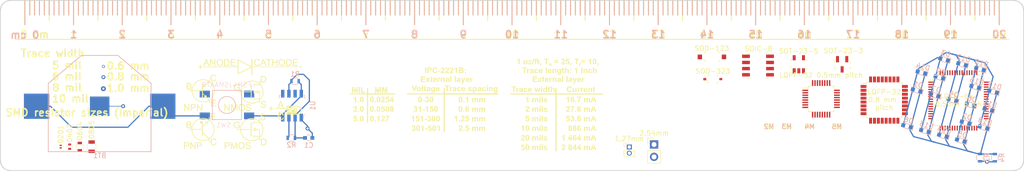
<source format=kicad_pcb>
(kicad_pcb (version 20171130) (host pcbnew "(5.0.0)")
  (layers (0 F.Cu signal) (31 B.Cu signal) (34 B.Paste user hide) (35 F.Paste user hide) (36 B.SilkS user) (37 F.SilkS user) (38 B.Mask user) (39 F.Mask user) (44 Edge.Cuts user))
  (net 0 "")
  (net 1 GND)
  (net 2 "Net-(BT1-Pad1)")
  (net 3 "Net-(C1-Pad1)")
  (net 4 "Net-(D1-Pad1)")
  (net 5 "Net-(D1-Pad2)")
  (net 6 "Net-(R1-Pad1)")
  (net 7 "Net-(U1-Pad5)")
  (net 8 "Net-(U1-Pad7)")
  (module footprints:silk_draws_tables (layer F.Cu) (at 147.574 80.264)
    (fp_text reference G*** hide)
    (fp_text value LOGO hide)
  )
  (module footprints:silk_draws (layer F.Cu) (at 99.695 80.391)
    (fp_text reference G*** hide)
    (fp_text value LOGO hide)
  )
  (module Mounting_Holes:MountingHole_3.2mm_M3 (layer B.Cu) (at 55 89)
    (fp_text reference M3 hide)
    (fp_text value MountingHole_3.2mm_M3)
    (pad 1 np_thru_hole circle (at 0 0) (size 3.2 3.2) (drill 3.2) (layers *.Cu *.Mask))
  )
  (module Mounting_Holes:MountingHole_5mm (layer B.Cu) (at 221.7166 88.4682)
    (fp_text reference M5 (at -0.0508 -3.4996) (layer B.SilkS) (effects (justify mirror)))
    (fp_text value MountingHole_5mm)
    (pad 1 np_thru_hole circle (at 0 0) (size 5 5) (drill 5) (layers *.Cu *.Mask))
  )
  (module Mounting_Holes:MountingHole_4.3mm_M4 (layer B.Cu) (at 216.1286 88.4682)
    (fp_text reference M4 (at -0.0508 -3.4996) (layer B.SilkS) (effects (justify mirror)))
    (fp_text value MountingHole_4.3mm_M4)
    (pad 1 np_thru_hole circle (at 0 0) (size 4.3 4.3) (drill 4.3) (layers *.Cu *.Mask))
  )
  (module Mounting_Holes:MountingHole_3.2mm_M3 (layer B.Cu) (at 211.4296 88.4682)
    (fp_text reference M3 (at -0.0508 -3.4996) (layer B.SilkS) (effects (justify mirror)))
    (fp_text value MountingHole_3.2mm_M3)
    (pad 1 np_thru_hole circle (at 0 0) (size 3.2 3.2) (drill 3.2) (layers *.Cu *.Mask))
  )
  (module Mounting_Holes:MountingHole_2.2mm_M2 (layer B.Cu) (at 207.772 88.4682)
    (fp_text reference M2 (at -0.0508 -3.4996) (layer B.SilkS) (effects (justify mirror)))
    (fp_text value MountingHole_2.2mm_M2)
    (pad 1 np_thru_hole circle (at 0 0) (size 2.2 2.2) (drill 2.2) (layers *.Cu *.Mask))
  )
  (module footprints:BC-2001 (layer B.Cu) (at 70.358 80.772)
    (fp_text reference BT1 (at 0 10.16) (layer B.SilkS) (effects (justify mirror)))
    (fp_text value BC-2001)
    (pad 2 smd rect (at 0 0) (size 4 4) (layers B.Cu B.Paste B.Mask) (net 1 GND))
    (pad 1 smd rect (at -12.95 0) (size 5.2 5.2) (layers B.Cu B.Paste B.Mask) (net 2 "Net-(BT1-Pad1)"))
    (pad 1 smd rect (at 12.95 0) (size 5.2 5.2) (layers B.Cu B.Paste B.Mask) (net 2 "Net-(BT1-Pad1)"))
  )
  (module Capacitors_SMD:C_0603 (layer B.Cu) (at 113.259019 87.289292)
    (fp_text reference C1 (at 0 1.5) (layer B.SilkS) (effects (justify mirror)))
    (fp_text value 300n)
    (pad 1 smd rect (at -0.75 0) (size 0.8 0.75) (layers B.Cu B.Paste B.Mask) (net 3 "Net-(C1-Pad1)"))
    (pad 2 smd rect (at 0.75 0) (size 0.8 0.75) (layers B.Cu B.Paste B.Mask) (net 1 GND))
  )
  (module LEDs:LED_0603 (layer B.Cu) (at 238.04172 77.519588 165)
    (fp_text reference D1 (at 0 1.25 165) (layer B.SilkS) (effects (justify mirror)))
    (fp_text value LED)
    (pad 1 smd rect (at -0.8 0 345) (size 0.8 0.8) (layers B.Cu B.Paste B.Mask) (net 4 "Net-(D1-Pad1)"))
    (pad 2 smd rect (at 0.8 0 345) (size 0.8 0.8) (layers B.Cu B.Paste B.Mask) (net 5 "Net-(D1-Pad2)"))
  )
  (module LEDs:LED_0603 (layer B.Cu) (at 248.096153 84.158067 165)
    (fp_text reference D2 (at 0 1.25 165) (layer B.SilkS) (effects (justify mirror)))
    (fp_text value LED)
    (pad 2 smd rect (at 0.8 0 345) (size 0.8 0.8) (layers B.Cu B.Paste B.Mask) (net 5 "Net-(D1-Pad2)"))
    (pad 1 smd rect (at -0.8 0 345) (size 0.8 0.8) (layers B.Cu B.Paste B.Mask) (net 4 "Net-(D1-Pad1)"))
  )
  (module LEDs:LED_0603 (layer B.Cu) (at 243.694098 71.145335 165)
    (fp_text reference D3 (at 0 1.25 165) (layer B.SilkS) (effects (justify mirror)))
    (fp_text value LED)
    (pad 1 smd rect (at -0.8 0 345) (size 0.8 0.8) (layers B.Cu B.Paste B.Mask) (net 4 "Net-(D1-Pad1)"))
    (pad 2 smd rect (at 0.8 0 345) (size 0.8 0.8) (layers B.Cu B.Paste B.Mask) (net 5 "Net-(D1-Pad2)"))
  )
  (module LEDs:LED_0603 (layer B.Cu) (at 245.402075 79.491789 165)
    (fp_text reference D4 (at 0 1.25 165) (layer B.SilkS) (effects (justify mirror)))
    (fp_text value LED)
    (pad 2 smd rect (at 0.8 0 345) (size 0.8 0.8) (layers B.Cu B.Paste B.Mask) (net 5 "Net-(D1-Pad2)"))
    (pad 1 smd rect (at -0.8 0 345) (size 0.8 0.8) (layers B.Cu B.Paste B.Mask) (net 4 "Net-(D1-Pad1)"))
  )
  (module LEDs:LED_0603 (layer B.Cu) (at 247.110052 87.838244 165)
    (fp_text reference D5 (at 0 1.25 165) (layer B.SilkS) (effects (justify mirror)))
    (fp_text value LED)
    (pad 1 smd rect (at -0.8 0 345) (size 0.8 0.8) (layers B.Cu B.Paste B.Mask) (net 4 "Net-(D1-Pad1)"))
    (pad 2 smd rect (at 0.8 0 345) (size 0.8 0.8) (layers B.Cu B.Paste B.Mask) (net 5 "Net-(D1-Pad2)"))
  )
  (module LEDs:LED_0603 (layer B.Cu) (at 249.082252 80.47789 165)
    (fp_text reference D6 (at 0 1.25 165) (layer B.SilkS) (effects (justify mirror)))
    (fp_text value LED)
    (pad 2 smd rect (at 0.8 0 345) (size 0.8 0.8) (layers B.Cu B.Paste B.Mask) (net 5 "Net-(D1-Pad2)"))
    (pad 1 smd rect (at -0.8 0 345) (size 0.8 0.8) (layers B.Cu B.Paste B.Mask) (net 4 "Net-(D1-Pad1)"))
  )
  (module LEDs:LED_0603 (layer B.Cu) (at 241.721897 78.50569 165)
    (fp_text reference D7 (at 0 1.25 165) (layer B.SilkS) (effects (justify mirror)))
    (fp_text value LED)
    (pad 1 smd rect (at -0.8 0 345) (size 0.8 0.8) (layers B.Cu B.Paste B.Mask) (net 4 "Net-(D1-Pad1)"))
    (pad 2 smd rect (at 0.8 0 345) (size 0.8 0.8) (layers B.Cu B.Paste B.Mask) (net 5 "Net-(D1-Pad2)"))
  )
  (module LEDs:LED_0603 (layer B.Cu) (at 236.069518 84.879944 165)
    (fp_text reference D8 (at 0 1.25 165) (layer B.SilkS) (effects (justify mirror)))
    (fp_text value LED)
    (pad 2 smd rect (at 0.8 0 345) (size 0.8 0.8) (layers B.Cu B.Paste B.Mask) (net 5 "Net-(D1-Pad2)"))
    (pad 1 smd rect (at -0.8 0 345) (size 0.8 0.8) (layers B.Cu B.Paste B.Mask) (net 4 "Net-(D1-Pad1)"))
  )
  (module LEDs:LED_0603 (layer B.Cu) (at 242.707998 74.825511 165)
    (fp_text reference D9 (at 0 1.25 165) (layer B.SilkS) (effects (justify mirror)))
    (fp_text value LED)
    (pad 1 smd rect (at -0.8 0 345) (size 0.8 0.8) (layers B.Cu B.Paste B.Mask) (net 4 "Net-(D1-Pad1)"))
    (pad 2 smd rect (at 0.8 0 345) (size 0.8 0.8) (layers B.Cu B.Paste B.Mask) (net 5 "Net-(D1-Pad2)"))
  )
  (module LEDs:LED_0603 (layer B.Cu) (at 251.054454 73.117537 165)
    (fp_text reference D10 (at 0 1.25 165) (layer B.SilkS) (effects (justify mirror)))
    (fp_text value LED)
    (pad 1 smd rect (at -0.8 0 345) (size 0.8 0.8) (layers B.Cu B.Paste B.Mask) (net 4 "Net-(D1-Pad1)"))
    (pad 2 smd rect (at 0.8 0 345) (size 0.8 0.8) (layers B.Cu B.Paste B.Mask) (net 5 "Net-(D1-Pad2)"))
  )
  (module LEDs:LED_0603 (layer B.Cu) (at 252.76243 81.46399 165)
    (fp_text reference D11 (at 0 1.25 165) (layer B.SilkS) (effects (justify mirror)))
    (fp_text value LED)
    (pad 2 smd rect (at 0.8 0 345) (size 0.8 0.8) (layers B.Cu B.Paste B.Mask) (net 5 "Net-(D1-Pad2)"))
    (pad 1 smd rect (at -0.8 0 345) (size 0.8 0.8) (layers B.Cu B.Paste B.Mask) (net 4 "Net-(D1-Pad1)"))
  )
  (module LEDs:LED_0603 (layer B.Cu) (at 247.374277 72.131434 165)
    (fp_text reference D12 (at 0 1.25 165) (layer B.SilkS) (effects (justify mirror)))
    (fp_text value LED)
    (pad 1 smd rect (at -0.8 0 345) (size 0.8 0.8) (layers B.Cu B.Paste B.Mask) (net 4 "Net-(D1-Pad1)"))
    (pad 2 smd rect (at 0.8 0 345) (size 0.8 0.8) (layers B.Cu B.Paste B.Mask) (net 5 "Net-(D1-Pad2)"))
  )
  (module LEDs:LED_0603 (layer B.Cu) (at 239.749696 85.866043 165)
    (fp_text reference D13 (at 0 1.25 165) (layer B.SilkS) (effects (justify mirror)))
    (fp_text value LED)
    (pad 2 smd rect (at 0.8 0 345) (size 0.8 0.8) (layers B.Cu B.Paste B.Mask) (net 5 "Net-(D1-Pad2)"))
    (pad 1 smd rect (at -0.8 0 345) (size 0.8 0.8) (layers B.Cu B.Paste B.Mask) (net 4 "Net-(D1-Pad1)"))
  )
  (module LEDs:LED_0603 (layer B.Cu) (at 239.027821 73.839412 165)
    (fp_text reference D14 (at 0 1.25 165) (layer B.SilkS) (effects (justify mirror)))
    (fp_text value LED)
    (pad 1 smd rect (at -0.8 0 345) (size 0.8 0.8) (layers B.Cu B.Paste B.Mask) (net 4 "Net-(D1-Pad1)"))
    (pad 2 smd rect (at 0.8 0 345) (size 0.8 0.8) (layers B.Cu B.Paste B.Mask) (net 5 "Net-(D1-Pad2)"))
  )
  (module LEDs:LED_0603 (layer B.Cu) (at 243.429874 86.852144 165)
    (fp_text reference D15 (at 0 1.25 165) (layer B.SilkS) (effects (justify mirror)))
    (fp_text value LED)
    (pad 2 smd rect (at 0.8 0 345) (size 0.8 0.8) (layers B.Cu B.Paste B.Mask) (net 5 "Net-(D1-Pad2)"))
    (pad 1 smd rect (at -0.8 0 345) (size 0.8 0.8) (layers B.Cu B.Paste B.Mask) (net 4 "Net-(D1-Pad1)"))
  )
  (module LEDs:LED_0603 (layer B.Cu) (at 250.068353 76.797712 165)
    (fp_text reference D16 (at 0 1.25 165) (layer B.SilkS) (effects (justify mirror)))
    (fp_text value LED)
    (pad 1 smd rect (at -0.8 0 345) (size 0.8 0.8) (layers B.Cu B.Paste B.Mask) (net 4 "Net-(D1-Pad1)"))
    (pad 2 smd rect (at 0.8 0 345) (size 0.8 0.8) (layers B.Cu B.Paste B.Mask) (net 5 "Net-(D1-Pad2)"))
  )
  (module LEDs:LED_0603 (layer B.Cu) (at 253.74853 77.783813 165)
    (fp_text reference D17 (at 0 1.25 165) (layer B.SilkS) (effects (justify mirror)))
    (fp_text value LED)
    (pad 2 smd rect (at 0.8 0 345) (size 0.8 0.8) (layers B.Cu B.Paste B.Mask) (net 5 "Net-(D1-Pad2)"))
    (pad 1 smd rect (at -0.8 0 345) (size 0.8 0.8) (layers B.Cu B.Paste B.Mask) (net 4 "Net-(D1-Pad1)"))
  )
  (module LEDs:LED_0603 (layer B.Cu) (at 251.776328 85.144168 165)
    (fp_text reference D18 (at 0 1.25 165) (layer B.SilkS) (effects (justify mirror)))
    (fp_text value LED)
    (pad 2 smd rect (at 0.8 0 345) (size 0.8 0.8) (layers B.Cu B.Paste B.Mask) (net 5 "Net-(D1-Pad2)"))
    (pad 1 smd rect (at -0.8 0 345) (size 0.8 0.8) (layers B.Cu B.Paste B.Mask) (net 4 "Net-(D1-Pad1)"))
  )
  (module Resistors_SMD:R_0603 (layer B.Cu) (at 110.465019 75.605292 180)
    (fp_text reference R1 (at 0 1.45 180) (layer B.SilkS) (effects (justify mirror)))
    (fp_text value 1M)
    (pad 1 smd rect (at -0.75 0 180) (size 0.5 0.9) (layers B.Cu B.Paste B.Mask) (net 6 "Net-(R1-Pad1)"))
    (pad 2 smd rect (at 0.75 0 180) (size 0.5 0.9) (layers B.Cu B.Paste B.Mask) (net 3 "Net-(C1-Pad1)"))
  )
  (module Resistors_SMD:R_0603 (layer B.Cu) (at 109.703019 87.289292)
    (fp_text reference R2 (at 0 1.45) (layer B.SilkS) (effects (justify mirror)))
    (fp_text value 20k)
    (pad 1 smd rect (at -0.75 0) (size 0.5 0.9) (layers B.Cu B.Paste B.Mask) (net 5 "Net-(D1-Pad2)"))
    (pad 2 smd rect (at 0.75 0) (size 0.5 0.9) (layers B.Cu B.Paste B.Mask) (net 3 "Net-(C1-Pad1)"))
  )
  (module Resistors_SMD:R_0603 (layer B.Cu) (at 251.054659 91.348828 90)
    (fp_text reference R3 (at 0 1.45 90) (layer B.SilkS) (effects (justify mirror)))
    (fp_text value 10R)
    (pad 1 smd rect (at -0.75 0 90) (size 0.5 0.9) (layers B.Cu B.Paste B.Mask) (net 1 GND))
    (pad 2 smd rect (at 0.75 0 90) (size 0.5 0.9) (layers B.Cu B.Paste B.Mask) (net 4 "Net-(D1-Pad1)"))
  )
  (module Resistors_SMD:R_0603 (layer B.Cu) (at 254.102659 91.360828 90)
    (fp_text reference R4 (at 0 1.45 90) (layer B.SilkS) (effects (justify mirror)))
    (fp_text value 10R)
    (pad 1 smd rect (at -0.75 0 90) (size 0.5 0.9) (layers B.Cu B.Paste B.Mask) (net 1 GND))
    (pad 2 smd rect (at 0.75 0 90) (size 0.5 0.9) (layers B.Cu B.Paste B.Mask) (net 4 "Net-(D1-Pad1)"))
  )
  (module FSM4JSMAATR:SW_FSM4JSMAATR (layer B.Cu) (at 96.485508 80.5095)
    (fp_text reference SW1 (at -0.712427 4.10896) (layer B.SilkS) (effects (font (size 1.00341 1.00341) (thickness 0.05)) (justify mirror)))
    (fp_text value FSM4JSMAATR (at -0.055111 -4.15318) (layer B.SilkS) (effects (font (size 1.00197 1.00197) (thickness 0.05)) (justify mirror)))
    (pad 3 smd rect (at -4.55 -2.25 270) (size 1.4 2.1) (layers B.Cu B.Paste B.Mask))
    (pad 1 smd rect (at -4.55 2.25 270) (size 1.4 2.1) (layers B.Cu B.Paste B.Mask) (net 2 "Net-(BT1-Pad1)"))
    (pad 4 smd rect (at 4.55 -2.25 270) (size 1.4 2.1) (layers B.Cu B.Paste B.Mask))
    (pad 2 smd rect (at 4.55 2.25 270) (size 1.4 2.1) (layers B.Cu B.Paste B.Mask) (net 6 "Net-(R1-Pad1)"))
  )
  (module digikey-footprints:8-SOIC (layer B.Cu) (at 109.838018 80.647 90)
    (fp_text reference U1 (at 0 4.25 90) (layer B.SilkS) (effects (justify mirror)))
    (fp_text value LM555)
    (pad 3 smd rect (at -2.465 -0.635 90) (size 1.6 0.7) (layers B.Cu B.Paste B.Mask) (net 5 "Net-(D1-Pad2)"))
    (pad 2 smd rect (at -2.465 0.635 90) (size 1.6 0.7) (layers B.Cu B.Paste B.Mask) (net 3 "Net-(C1-Pad1)"))
    (pad 4 smd rect (at -2.465 -1.905 90) (size 1.6 0.7) (layers B.Cu B.Paste B.Mask) (net 6 "Net-(R1-Pad1)"))
    (pad 1 smd rect (at -2.465 1.905 90) (size 1.6 0.7) (layers B.Cu B.Paste B.Mask) (net 1 GND))
    (pad 5 smd rect (at 2.465 -1.905 90) (size 1.6 0.7) (layers B.Cu B.Paste B.Mask) (net 7 "Net-(U1-Pad5)"))
    (pad 6 smd rect (at 2.465 -0.635 90) (size 1.6 0.7) (layers B.Cu B.Paste B.Mask) (net 3 "Net-(C1-Pad1)"))
    (pad 7 smd rect (at 2.465 0.635 90) (size 1.6 0.7) (layers B.Cu B.Paste B.Mask) (net 8 "Net-(U1-Pad7)"))
    (pad 8 smd rect (at 2.465 1.905 90) (size 1.6 0.7) (layers B.Cu B.Paste B.Mask) (net 6 "Net-(R1-Pad1)"))
  )
  (module Mounting_Holes:MountingHole_2.2mm_M2 (layer F.Cu) (at 207.772 88.4682)
    (fp_text reference M2 (at -0.0508 -3.5362) (layer F.SilkS))
    (fp_text value MountingHole_2.2mm_M2)
    (pad 1 np_thru_hole circle (at 0 0) (size 2.2 2.2) (drill 2.2) (layers *.Cu *.Mask))
  )
  (module Mounting_Holes:MountingHole_3.2mm_M3 (layer F.Cu) (at 211.4296 88.4682)
    (fp_text reference M3 (at -0.0508 -3.5362) (layer F.SilkS))
    (fp_text value MountingHole_3.2mm_M3)
    (pad 1 np_thru_hole circle (at 0 0) (size 3.2 3.2) (drill 3.2) (layers *.Cu *.Mask))
  )
  (module Mounting_Holes:MountingHole_4.3mm_M4 (layer F.Cu) (at 216.1286 88.4682)
    (fp_text reference M4 (at -0.0508 -3.5362) (layer F.SilkS))
    (fp_text value MountingHole_4.3mm_M4)
    (pad 1 np_thru_hole circle (at 0 0) (size 4.3 4.3) (drill 4.3) (layers *.Cu *.Mask))
  )
  (module Mounting_Holes:MountingHole_5mm (layer F.Cu) (at 221.7166 88.4682)
    (fp_text reference M5 (at -0.0508 -3.5362) (layer F.SilkS))
    (fp_text value MountingHole_5mm)
    (pad 1 np_thru_hole circle (at 0 0) (size 5 5) (drill 5) (layers *.Cu *.Mask))
  )
  (module Resistors_SMD:R_0201 (layer F.Cu) (at 62.357 89.0905 90)
    (fp_text reference 0201 (at 2.54 0 90) (layer F.SilkS))
    (fp_text value R_0201)
    (pad 1 smd rect (at -0.26 0 90) (size 0.28 0.43) (layers F.Cu F.Paste F.Mask))
    (pad 2 smd rect (at 0.26 0 90) (size 0.28 0.43) (layers F.Cu F.Paste F.Mask))
  )
  (module Resistors_SMD:R_0402 (layer F.Cu) (at 64.197 89.0905 90)
    (fp_text reference 0402 (at 2.7813 0.0015 90) (layer F.SilkS))
    (fp_text value R_0402)
    (pad 1 smd rect (at -0.45 0 90) (size 0.4 0.6) (layers F.Cu F.Paste F.Mask))
    (pad 2 smd rect (at 0.45 0 90) (size 0.4 0.6) (layers F.Cu F.Paste F.Mask))
  )
  (module Resistors_SMD:R_0603 (layer F.Cu) (at 66.277 89.0905 90)
    (fp_text reference 0604 (at 3.2512 0.0043 90) (layer F.SilkS))
    (fp_text value R_0603)
    (pad 1 smd rect (at -0.75 0 90) (size 0.5 0.9) (layers F.Cu F.Paste F.Mask))
    (pad 2 smd rect (at 0.75 0 90) (size 0.5 0.9) (layers F.Cu F.Paste F.Mask))
  )
  (module Resistors_SMD:R_0805 (layer F.Cu) (at 68.707 89.0905 90)
    (fp_text reference 0805 (at 3.4798 -0.0127 90) (layer F.SilkS))
    (fp_text value R_0805)
    (pad 1 smd rect (at -0.95 0 90) (size 0.7 1.3) (layers F.Cu F.Paste F.Mask))
    (pad 2 smd rect (at 0.95 0 90) (size 0.7 1.3) (layers F.Cu F.Paste F.Mask))
  )
  (module digikey-footprints:8-SOIC (layer F.Cu) (at 205.486 72.39)
    (fp_text reference SOIC-8 (at 0.1016 -3.4544) (layer F.SilkS))
    (fp_text value 8-SOIC)
    (pad 8 smd rect (at 2.465 -1.905) (size 1.6 0.7) (layers F.Cu F.Paste F.Mask))
    (pad 7 smd rect (at 2.465 -0.635) (size 1.6 0.7) (layers F.Cu F.Paste F.Mask))
    (pad 6 smd rect (at 2.465 0.635) (size 1.6 0.7) (layers F.Cu F.Paste F.Mask))
    (pad 5 smd rect (at 2.465 1.905) (size 1.6 0.7) (layers F.Cu F.Paste F.Mask))
    (pad 1 smd rect (at -2.465 -1.905) (size 1.6 0.7) (layers F.Cu F.Paste F.Mask))
    (pad 4 smd rect (at -2.465 1.905) (size 1.6 0.7) (layers F.Cu F.Paste F.Mask))
    (pad 2 smd rect (at -2.465 -0.635) (size 1.6 0.7) (layers F.Cu F.Paste F.Mask))
    (pad 3 smd rect (at -2.465 0.635) (size 1.6 0.7) (layers F.Cu F.Paste F.Mask))
  )
  (module digikey-footprints:SOD-123 (layer F.Cu) (at 196.023 70.612)
    (fp_text reference SOD-123 (at 0 -1.7526) (layer F.SilkS))
    (fp_text value SOD-123)
    (pad 2 smd rect (at 2.475 0) (size 0.9 0.95) (layers F.Cu F.Paste F.Mask))
    (pad 1 smd rect (at -2.475 0) (size 0.9 0.95) (layers F.Cu F.Paste F.Mask))
  )
  (module digikey-footprints:SOD-323 (layer F.Cu) (at 196.209 75.184)
    (fp_text reference SOD-323 (at 0.025 -1.6256) (layer F.SilkS))
    (fp_text value SOD-323)
    (pad 2 smd rect (at 1.645 0) (size 0.59 0.45) (layers F.Cu F.Paste F.Mask))
    (pad 1 smd rect (at -1.645 0) (size 0.59 0.45) (layers F.Cu F.Paste F.Mask))
  )
  (module digikey-footprints:SOT-23-3 (layer F.Cu) (at 222.758 72.136 270)
    (fp_text reference SOT-23-3 (at -2.794 -0.254) (layer F.SilkS))
    (fp_text value SOT-23-3)
    (pad 1 smd rect (at -1.05 -0.95 270) (size 1.3 0.6) (layers F.Cu F.Paste F.Mask))
    (pad 2 smd rect (at -1.05 0.95 270) (size 1.3 0.6) (layers F.Cu F.Paste F.Mask))
    (pad 3 smd rect (at 1.05 0 270) (size 1.3 0.6) (layers F.Cu F.Paste F.Mask))
  )
  (module digikey-footprints:SOT-23-5 (layer F.Cu) (at 213.868 72.136)
    (fp_text reference SOT-23-5 (at -0.0254 -2.7178) (layer F.SilkS))
    (fp_text value SOT-23-5)
    (pad 1 smd rect (at -0.95 1.35) (size 0.6 1.05) (layers F.Cu F.Paste F.Mask))
    (pad 2 smd rect (at 0 1.35) (size 0.6 1.05) (layers F.Cu F.Paste F.Mask))
    (pad 3 smd rect (at 0.95 1.35) (size 0.6 1.05) (layers F.Cu F.Paste F.Mask))
    (pad 4 smd rect (at 0.95 -1.35) (size 0.6 1.05) (layers F.Cu F.Paste F.Mask))
    (pad 5 smd rect (at -0.95 -1.35) (size 0.6 1.05) (layers F.Cu F.Paste F.Mask))
  )
  (module Pin_Headers:Pin_Header_Straight_1x02_Pitch1.27mm (layer F.Cu) (at 179.07 89.154)
    (fp_text reference 1.27mm (at 0 -1.695) (layer F.SilkS))
    (fp_text value Pin_Header_Straight_1x02_Pitch1.27mm)
    (pad 1 thru_hole rect (at 0 0) (size 1 1) (drill 0.65) (layers *.Cu *.Mask))
    (pad 2 thru_hole oval (at 0 1.27) (size 1 1) (drill 0.65) (layers *.Cu *.Mask))
  )
  (module Pin_Headers:Pin_Header_Straight_1x02_Pitch2.54mm (layer F.Cu) (at 184.15 88.646)
    (fp_text reference 2.54mm (at 0 -2.33) (layer F.SilkS))
    (fp_text value Pin_Header_Straight_1x02_Pitch2.54mm)
    (pad 1 thru_hole rect (at 0 0) (size 1.7 1.7) (drill 1) (layers *.Cu *.Mask))
    (pad 2 thru_hole oval (at 0 2.54) (size 1.7 1.7) (drill 1) (layers *.Cu *.Mask))
  )
  (module Housings_QFP:LQFP-32_5x5mm_Pitch0.5mm (layer F.Cu) (at 218.44 79.248)
    (fp_text reference "LQPF-32 0.5mm pitch" (at 0 -4.85) (layer F.SilkS))
    (fp_text value LQFP-32_5x5mm_Pitch0.5mm)
    (pad 1 smd rect (at -3.25 -1.75) (size 1.2 0.28) (layers F.Cu F.Paste F.Mask))
    (pad 2 smd rect (at -3.25 -1.25) (size 1.2 0.28) (layers F.Cu F.Paste F.Mask))
    (pad 3 smd rect (at -3.25 -0.75) (size 1.2 0.28) (layers F.Cu F.Paste F.Mask))
    (pad 4 smd rect (at -3.25 -0.25) (size 1.2 0.28) (layers F.Cu F.Paste F.Mask))
    (pad 5 smd rect (at -3.25 0.25) (size 1.2 0.28) (layers F.Cu F.Paste F.Mask))
    (pad 6 smd rect (at -3.25 0.75) (size 1.2 0.28) (layers F.Cu F.Paste F.Mask))
    (pad 7 smd rect (at -3.25 1.25) (size 1.2 0.28) (layers F.Cu F.Paste F.Mask))
    (pad 8 smd rect (at -3.25 1.75) (size 1.2 0.28) (layers F.Cu F.Paste F.Mask))
    (pad 9 smd rect (at -1.75 3.25 90) (size 1.2 0.28) (layers F.Cu F.Paste F.Mask))
    (pad 10 smd rect (at -1.25 3.25 90) (size 1.2 0.28) (layers F.Cu F.Paste F.Mask))
    (pad 11 smd rect (at -0.75 3.25 90) (size 1.2 0.28) (layers F.Cu F.Paste F.Mask))
    (pad 12 smd rect (at -0.25 3.25 90) (size 1.2 0.28) (layers F.Cu F.Paste F.Mask))
    (pad 13 smd rect (at 0.25 3.25 90) (size 1.2 0.28) (layers F.Cu F.Paste F.Mask))
    (pad 14 smd rect (at 0.75 3.25 90) (size 1.2 0.28) (layers F.Cu F.Paste F.Mask))
    (pad 15 smd rect (at 1.25 3.25 90) (size 1.2 0.28) (layers F.Cu F.Paste F.Mask))
    (pad 16 smd rect (at 1.75 3.25 90) (size 1.2 0.28) (layers F.Cu F.Paste F.Mask))
    (pad 17 smd rect (at 3.25 1.75) (size 1.2 0.28) (layers F.Cu F.Paste F.Mask))
    (pad 18 smd rect (at 3.25 1.25) (size 1.2 0.28) (layers F.Cu F.Paste F.Mask))
    (pad 19 smd rect (at 3.25 0.75) (size 1.2 0.28) (layers F.Cu F.Paste F.Mask))
    (pad 20 smd rect (at 3.25 0.25) (size 1.2 0.28) (layers F.Cu F.Paste F.Mask))
    (pad 21 smd rect (at 3.25 -0.25) (size 1.2 0.28) (layers F.Cu F.Paste F.Mask))
    (pad 22 smd rect (at 3.25 -0.75) (size 1.2 0.28) (layers F.Cu F.Paste F.Mask))
    (pad 23 smd rect (at 3.25 -1.25) (size 1.2 0.28) (layers F.Cu F.Paste F.Mask))
    (pad 24 smd rect (at 3.25 -1.75) (size 1.2 0.28) (layers F.Cu F.Paste F.Mask))
    (pad 25 smd rect (at 1.75 -3.25 90) (size 1.2 0.28) (layers F.Cu F.Paste F.Mask))
    (pad 26 smd rect (at 1.25 -3.25 90) (size 1.2 0.28) (layers F.Cu F.Paste F.Mask))
    (pad 27 smd rect (at 0.75 -3.25 90) (size 1.2 0.28) (layers F.Cu F.Paste F.Mask))
    (pad 28 smd rect (at 0.25 -3.25 90) (size 1.2 0.28) (layers F.Cu F.Paste F.Mask))
    (pad 29 smd rect (at -0.25 -3.25 90) (size 1.2 0.28) (layers F.Cu F.Paste F.Mask))
    (pad 30 smd rect (at -0.75 -3.25 90) (size 1.2 0.28) (layers F.Cu F.Paste F.Mask))
    (pad 31 smd rect (at -1.25 -3.25 90) (size 1.2 0.28) (layers F.Cu F.Paste F.Mask))
    (pad 32 smd rect (at -1.75 -3.25 90) (size 1.2 0.28) (layers F.Cu F.Paste F.Mask))
  )
  (module Housings_QFP:LQFP-32_7x7mm_Pitch0.8mm (layer F.Cu) (at 231.394 79.502)
    (fp_text reference "LQFP-32 0.8mm pitch" hide)
    (fp_text value LQFP-32_7x7mm_Pitch0.8mm)
    (pad 1 smd rect (at -4.25 -2.8) (size 1.2 0.6) (layers F.Cu F.Paste F.Mask))
    (pad 2 smd rect (at -4.25 -2) (size 1.2 0.6) (layers F.Cu F.Paste F.Mask))
    (pad 3 smd rect (at -4.25 -1.2) (size 1.2 0.6) (layers F.Cu F.Paste F.Mask))
    (pad 4 smd rect (at -4.25 -0.4) (size 1.2 0.6) (layers F.Cu F.Paste F.Mask))
    (pad 5 smd rect (at -4.25 0.4) (size 1.2 0.6) (layers F.Cu F.Paste F.Mask))
    (pad 6 smd rect (at -4.25 1.2) (size 1.2 0.6) (layers F.Cu F.Paste F.Mask))
    (pad 7 smd rect (at -4.25 2) (size 1.2 0.6) (layers F.Cu F.Paste F.Mask))
    (pad 8 smd rect (at -4.25 2.8) (size 1.2 0.6) (layers F.Cu F.Paste F.Mask))
    (pad 9 smd rect (at -2.8 4.25 90) (size 1.2 0.6) (layers F.Cu F.Paste F.Mask))
    (pad 10 smd rect (at -2 4.25 90) (size 1.2 0.6) (layers F.Cu F.Paste F.Mask))
    (pad 11 smd rect (at -1.2 4.25 90) (size 1.2 0.6) (layers F.Cu F.Paste F.Mask))
    (pad 12 smd rect (at -0.4 4.25 90) (size 1.2 0.6) (layers F.Cu F.Paste F.Mask))
    (pad 13 smd rect (at 0.4 4.25 90) (size 1.2 0.6) (layers F.Cu F.Paste F.Mask))
    (pad 14 smd rect (at 1.2 4.25 90) (size 1.2 0.6) (layers F.Cu F.Paste F.Mask))
    (pad 15 smd rect (at 2 4.25 90) (size 1.2 0.6) (layers F.Cu F.Paste F.Mask))
    (pad 16 smd rect (at 2.8 4.25 90) (size 1.2 0.6) (layers F.Cu F.Paste F.Mask))
    (pad 17 smd rect (at 4.25 2.8) (size 1.2 0.6) (layers F.Cu F.Paste F.Mask))
    (pad 18 smd rect (at 4.25 2) (size 1.2 0.6) (layers F.Cu F.Paste F.Mask))
    (pad 19 smd rect (at 4.25 1.2) (size 1.2 0.6) (layers F.Cu F.Paste F.Mask))
    (pad 20 smd rect (at 4.25 0.4) (size 1.2 0.6) (layers F.Cu F.Paste F.Mask))
    (pad 21 smd rect (at 4.25 -0.4) (size 1.2 0.6) (layers F.Cu F.Paste F.Mask))
    (pad 22 smd rect (at 4.25 -1.2) (size 1.2 0.6) (layers F.Cu F.Paste F.Mask))
    (pad 23 smd rect (at 4.25 -2) (size 1.2 0.6) (layers F.Cu F.Paste F.Mask))
    (pad 24 smd rect (at 4.25 -2.8) (size 1.2 0.6) (layers F.Cu F.Paste F.Mask))
    (pad 25 smd rect (at 2.8 -4.25 90) (size 1.2 0.6) (layers F.Cu F.Paste F.Mask))
    (pad 26 smd rect (at 2 -4.25 90) (size 1.2 0.6) (layers F.Cu F.Paste F.Mask))
    (pad 27 smd rect (at 1.2 -4.25 90) (size 1.2 0.6) (layers F.Cu F.Paste F.Mask))
    (pad 28 smd rect (at 0.4 -4.25 90) (size 1.2 0.6) (layers F.Cu F.Paste F.Mask))
    (pad 29 smd rect (at -0.4 -4.25 90) (size 1.2 0.6) (layers F.Cu F.Paste F.Mask))
    (pad 30 smd rect (at -1.2 -4.25 90) (size 1.2 0.6) (layers F.Cu F.Paste F.Mask))
    (pad 31 smd rect (at -2 -4.25 90) (size 1.2 0.6) (layers F.Cu F.Paste F.Mask))
    (pad 32 smd rect (at -2.8 -4.25 90) (size 1.2 0.6) (layers F.Cu F.Paste F.Mask))
  )
  (module Housings_QFP:LQFP-64_10x10mm_Pitch0.5mm (layer F.Cu) (at 246.634 79.5695)
    (fp_text reference "LQFP-64 0.5mm pitch" hide)
    (fp_text value LQFP-64_10x10mm_Pitch0.5mm)
    (pad 64 smd rect (at -3.75 -5.7 90) (size 1 0.25) (layers F.Cu F.Paste F.Mask))
    (pad 63 smd rect (at -3.25 -5.7 90) (size 1 0.25) (layers F.Cu F.Paste F.Mask))
    (pad 62 smd rect (at -2.75 -5.7 90) (size 1 0.25) (layers F.Cu F.Paste F.Mask))
    (pad 61 smd rect (at -2.25 -5.7 90) (size 1 0.25) (layers F.Cu F.Paste F.Mask))
    (pad 60 smd rect (at -1.75 -5.7 90) (size 1 0.25) (layers F.Cu F.Paste F.Mask))
    (pad 59 smd rect (at -1.25 -5.7 90) (size 1 0.25) (layers F.Cu F.Paste F.Mask))
    (pad 58 smd rect (at -0.75 -5.7 90) (size 1 0.25) (layers F.Cu F.Paste F.Mask))
    (pad 57 smd rect (at -0.25 -5.7 90) (size 1 0.25) (layers F.Cu F.Paste F.Mask))
    (pad 56 smd rect (at 0.25 -5.7 90) (size 1 0.25) (layers F.Cu F.Paste F.Mask))
    (pad 55 smd rect (at 0.75 -5.7 90) (size 1 0.25) (layers F.Cu F.Paste F.Mask))
    (pad 54 smd rect (at 1.25 -5.7 90) (size 1 0.25) (layers F.Cu F.Paste F.Mask))
    (pad 53 smd rect (at 1.75 -5.7 90) (size 1 0.25) (layers F.Cu F.Paste F.Mask))
    (pad 52 smd rect (at 2.25 -5.7 90) (size 1 0.25) (layers F.Cu F.Paste F.Mask))
    (pad 51 smd rect (at 2.75 -5.7 90) (size 1 0.25) (layers F.Cu F.Paste F.Mask))
    (pad 50 smd rect (at 3.25 -5.7 90) (size 1 0.25) (layers F.Cu F.Paste F.Mask))
    (pad 49 smd rect (at 3.75 -5.7 90) (size 1 0.25) (layers F.Cu F.Paste F.Mask))
    (pad 48 smd rect (at 5.7 -3.75) (size 1 0.25) (layers F.Cu F.Paste F.Mask))
    (pad 47 smd rect (at 5.7 -3.25) (size 1 0.25) (layers F.Cu F.Paste F.Mask))
    (pad 46 smd rect (at 5.7 -2.75) (size 1 0.25) (layers F.Cu F.Paste F.Mask))
    (pad 45 smd rect (at 5.7 -2.25) (size 1 0.25) (layers F.Cu F.Paste F.Mask))
    (pad 44 smd rect (at 5.7 -1.75) (size 1 0.25) (layers F.Cu F.Paste F.Mask))
    (pad 43 smd rect (at 5.7 -1.25) (size 1 0.25) (layers F.Cu F.Paste F.Mask))
    (pad 42 smd rect (at 5.7 -0.75) (size 1 0.25) (layers F.Cu F.Paste F.Mask))
    (pad 41 smd rect (at 5.7 -0.25) (size 1 0.25) (layers F.Cu F.Paste F.Mask))
    (pad 40 smd rect (at 5.7 0.25) (size 1 0.25) (layers F.Cu F.Paste F.Mask))
    (pad 39 smd rect (at 5.7 0.75) (size 1 0.25) (layers F.Cu F.Paste F.Mask))
    (pad 38 smd rect (at 5.7 1.25) (size 1 0.25) (layers F.Cu F.Paste F.Mask))
    (pad 37 smd rect (at 5.7 1.75) (size 1 0.25) (layers F.Cu F.Paste F.Mask))
    (pad 36 smd rect (at 5.7 2.25) (size 1 0.25) (layers F.Cu F.Paste F.Mask))
    (pad 35 smd rect (at 5.7 2.75) (size 1 0.25) (layers F.Cu F.Paste F.Mask))
    (pad 34 smd rect (at 5.7 3.25) (size 1 0.25) (layers F.Cu F.Paste F.Mask))
    (pad 33 smd rect (at 5.7 3.75) (size 1 0.25) (layers F.Cu F.Paste F.Mask))
    (pad 32 smd rect (at 3.75 5.7 90) (size 1 0.25) (layers F.Cu F.Paste F.Mask))
    (pad 31 smd rect (at 3.25 5.7 90) (size 1 0.25) (layers F.Cu F.Paste F.Mask))
    (pad 30 smd rect (at 2.75 5.7 90) (size 1 0.25) (layers F.Cu F.Paste F.Mask))
    (pad 29 smd rect (at 2.25 5.7 90) (size 1 0.25) (layers F.Cu F.Paste F.Mask))
    (pad 28 smd rect (at 1.75 5.7 90) (size 1 0.25) (layers F.Cu F.Paste F.Mask))
    (pad 27 smd rect (at 1.25 5.7 90) (size 1 0.25) (layers F.Cu F.Paste F.Mask))
    (pad 26 smd rect (at 0.75 5.7 90) (size 1 0.25) (layers F.Cu F.Paste F.Mask))
    (pad 25 smd rect (at 0.25 5.7 90) (size 1 0.25) (layers F.Cu F.Paste F.Mask))
    (pad 24 smd rect (at -0.25 5.7 90) (size 1 0.25) (layers F.Cu F.Paste F.Mask))
    (pad 23 smd rect (at -0.75 5.7 90) (size 1 0.25) (layers F.Cu F.Paste F.Mask))
    (pad 22 smd rect (at -1.25 5.7 90) (size 1 0.25) (layers F.Cu F.Paste F.Mask))
    (pad 21 smd rect (at -1.75 5.7 90) (size 1 0.25) (layers F.Cu F.Paste F.Mask))
    (pad 20 smd rect (at -2.25 5.7 90) (size 1 0.25) (layers F.Cu F.Paste F.Mask))
    (pad 19 smd rect (at -2.75 5.7 90) (size 1 0.25) (layers F.Cu F.Paste F.Mask))
    (pad 18 smd rect (at -3.25 5.7 90) (size 1 0.25) (layers F.Cu F.Paste F.Mask))
    (pad 17 smd rect (at -3.75 5.7 90) (size 1 0.25) (layers F.Cu F.Paste F.Mask))
    (pad 16 smd rect (at -5.7 3.75) (size 1 0.25) (layers F.Cu F.Paste F.Mask))
    (pad 15 smd rect (at -5.7 3.25) (size 1 0.25) (layers F.Cu F.Paste F.Mask))
    (pad 14 smd rect (at -5.7 2.75) (size 1 0.25) (layers F.Cu F.Paste F.Mask))
    (pad 13 smd rect (at -5.7 2.25) (size 1 0.25) (layers F.Cu F.Paste F.Mask))
    (pad 12 smd rect (at -5.7 1.75) (size 1 0.25) (layers F.Cu F.Paste F.Mask))
    (pad 11 smd rect (at -5.7 1.25) (size 1 0.25) (layers F.Cu F.Paste F.Mask))
    (pad 10 smd rect (at -5.7 0.75) (size 1 0.25) (layers F.Cu F.Paste F.Mask))
    (pad 9 smd rect (at -5.7 0.25) (size 1 0.25) (layers F.Cu F.Paste F.Mask))
    (pad 8 smd rect (at -5.7 -0.25) (size 1 0.25) (layers F.Cu F.Paste F.Mask))
    (pad 7 smd rect (at -5.7 -0.75) (size 1 0.25) (layers F.Cu F.Paste F.Mask))
    (pad 6 smd rect (at -5.7 -1.25) (size 1 0.25) (layers F.Cu F.Paste F.Mask))
    (pad 5 smd rect (at -5.7 -1.75) (size 1 0.25) (layers F.Cu F.Paste F.Mask))
    (pad 4 smd rect (at -5.7 -2.25) (size 1 0.25) (layers F.Cu F.Paste F.Mask))
    (pad 3 smd rect (at -5.7 -2.75) (size 1 0.25) (layers F.Cu F.Paste F.Mask))
    (pad 2 smd rect (at -5.7 -3.25) (size 1 0.25) (layers F.Cu F.Paste F.Mask))
    (pad 1 smd rect (at -5.7 -3.75) (size 1 0.25) (layers F.Cu F.Paste F.Mask))
  )
  (gr_text "LQFP-32\n0.8 mm \npitch" (at 231.394 79.4345) (layer F.SilkS) (effects (font (size 1 1))))
  (gr_text "LQFP-64 \n0.5mm pitch" (at 246.634 79.502) (layer F.SilkS) (effects (font (size 1 1))))
  (gr_text "1.0 mm" (at 76.2 77.0452) (layer F.SilkS) (effects (font (size 1.5 1.5) (thickness 0.3))))
  (gr_text "0.8 mm" (at 76.2 74.6592) (layer F.SilkS) (effects (font (size 1.5 1.5) (thickness 0.3))))
  (gr_text "0.6 mm" (at 76.2 72.4732) (layer F.SilkS) (effects (font (size 1.5 1.5) (thickness 0.3))))
  (gr_line (start 53 67) (end 257 67) (layer F.SilkS) (width 0.2))
  (gr_text "Trace width" (at 60.706 69.85) (layer F.SilkS) (effects (font (size 1.5 1.5) (thickness 0.3))))
  (gr_text "SMD resistor sizes (imperial)" (at 67.7545 82.0801) (layer F.SilkS) (effects (font (size 1.5 1.5) (thickness 0.3))))
  (gr_line (start 250 59) (end 250 63.1) (layer F.SilkS) (width 0.2))
  (gr_line (start 240 59) (end 240 63.1) (layer F.SilkS) (width 0.2))
  (gr_line (start 230 59) (end 230 63.1) (layer F.SilkS) (width 0.2))
  (gr_line (start 220 59) (end 220 63.1) (layer F.SilkS) (width 0.2))
  (gr_line (start 210 59) (end 210 63.1) (layer F.SilkS) (width 0.2))
  (gr_line (start 200 59) (end 200 63.1) (layer F.SilkS) (width 0.2))
  (gr_line (start 190 59) (end 190 63.1) (layer F.SilkS) (width 0.2))
  (gr_line (start 180 59) (end 180 63.1) (layer F.SilkS) (width 0.2))
  (gr_line (start 170 59) (end 170 63.1) (layer F.SilkS) (width 0.2))
  (gr_line (start 160 59) (end 160 63.1) (layer F.SilkS) (width 0.2))
  (gr_line (start 150 59) (end 150 63.1) (layer F.SilkS) (width 0.2))
  (gr_line (start 140 59) (end 140 63.1) (layer F.SilkS) (width 0.2))
  (gr_line (start 129 59) (end 129 63.1) (layer F.SilkS) (width 0.2))
  (gr_line (start 120 59) (end 120 63.1) (layer F.SilkS) (width 0.2))
  (gr_line (start 110 59) (end 110 63.1) (layer F.SilkS) (width 0.2))
  (gr_line (start 100 59) (end 100 63.1) (layer F.SilkS) (width 0.2))
  (gr_line (start 90 59) (end 90 63.1) (layer F.SilkS) (width 0.2))
  (gr_line (start 80 59) (end 80 63.1) (layer F.SilkS) (width 0.2))
  (gr_line (start 70 59) (end 70 63.1) (layer F.SilkS) (width 0.2))
  (gr_text "10 mil" (at 64.352 79.216) (layer F.SilkS) (effects (font (size 1.5 1.5) (thickness 0.3))))
  (gr_text "5 mil" (at 63.637714 72.358) (layer F.SilkS) (effects (font (size 1.5 1.5) (thickness 0.3))))
  (gr_text "8 mil" (at 60.452 76.93) (layer F.SilkS) (effects (font (size 1.5 1.5) (thickness 0.3)) (justify left)))
  (gr_text "6 mil" (at 63.637714 74.644) (layer F.SilkS) (effects (font (size 1.5 1.5) (thickness 0.3))))
  (gr_line (start 253 59) (end 253 62) (layer B.SilkS) (width 0.2))
  (gr_line (start 248 59) (end 248 62) (layer B.SilkS) (width 0.2))
  (gr_line (start 185 59) (end 185 64) (layer B.SilkS) (width 0.2))
  (gr_line (start 85 59) (end 85 64) (layer B.SilkS) (width 0.2))
  (gr_line (start 254 59) (end 254 62) (layer B.SilkS) (width 0.2))
  (gr_line (start 252 59) (end 252 62) (layer B.SilkS) (width 0.2))
  (gr_line (start 165 59) (end 165 64) (layer B.SilkS) (width 0.2))
  (gr_line (start 251 59) (end 251 62) (layer B.SilkS) (width 0.2))
  (gr_line (start 105 59) (end 105 64) (layer B.SilkS) (width 0.2))
  (gr_line (start 145 59) (end 145 64) (layer B.SilkS) (width 0.2))
  (gr_line (start 75 59) (end 75 64) (layer B.SilkS) (width 0.2))
  (gr_line (start 65 59) (end 65 64) (layer B.SilkS) (width 0.2))
  (gr_line (start 135 59) (end 135 64) (layer B.SilkS) (width 0.2))
  (gr_line (start 247 59) (end 247 62) (layer B.SilkS) (width 0.2))
  (gr_line (start 95 59) (end 95 64) (layer B.SilkS) (width 0.2))
  (gr_line (start 195 59) (end 195 64) (layer B.SilkS) (width 0.2))
  (gr_line (start 175 59) (end 175 64) (layer B.SilkS) (width 0.2))
  (gr_line (start 155 59) (end 155 64) (layer B.SilkS) (width 0.2))
  (gr_line (start 249 59) (end 249 62) (layer B.SilkS) (width 0.2))
  (gr_line (start 250 59) (end 250 62) (layer B.SilkS) (width 0.2))
  (gr_line (start 125 59) (end 125 64) (layer B.SilkS) (width 0.2))
  (gr_line (start 115 59) (end 115 64) (layer B.SilkS) (width 0.2))
  (gr_line (start 55 59) (end 55 64) (layer B.SilkS) (width 0.2))
  (gr_line (start 234 59) (end 234 62) (layer B.SilkS) (width 0.2))
  (gr_line (start 243 59) (end 243 62) (layer B.SilkS) (width 0.2))
  (gr_line (start 226 59) (end 226 62) (layer B.SilkS) (width 0.2))
  (gr_line (start 236 59) (end 236 62) (layer B.SilkS) (width 0.2))
  (gr_line (start 232 59) (end 232 62) (layer B.SilkS) (width 0.2))
  (gr_line (start 223 59) (end 223 62) (layer B.SilkS) (width 0.2))
  (gr_line (start 230 59) (end 230 62) (layer B.SilkS) (width 0.2))
  (gr_line (start 233 59) (end 233 62) (layer B.SilkS) (width 0.2))
  (gr_line (start 246 59) (end 246 62) (layer B.SilkS) (width 0.2))
  (gr_line (start 244 59) (end 244 62) (layer B.SilkS) (width 0.2))
  (gr_line (start 240 59) (end 240 62) (layer B.SilkS) (width 0.2))
  (gr_line (start 221 59) (end 221 62) (layer B.SilkS) (width 0.2))
  (gr_line (start 227 59) (end 227 62) (layer B.SilkS) (width 0.2))
  (gr_line (start 228 59) (end 228 62) (layer B.SilkS) (width 0.2))
  (gr_line (start 238 59) (end 238 62) (layer B.SilkS) (width 0.2))
  (gr_line (start 241 59) (end 241 62) (layer B.SilkS) (width 0.2))
  (gr_line (start 239 59) (end 239 62) (layer B.SilkS) (width 0.2))
  (gr_line (start 229 59) (end 229 62) (layer B.SilkS) (width 0.2))
  (gr_line (start 242 59) (end 242 62) (layer B.SilkS) (width 0.2))
  (gr_line (start 237 59) (end 237 62) (layer B.SilkS) (width 0.2))
  (gr_line (start 231 59) (end 231 62) (layer B.SilkS) (width 0.2))
  (gr_line (start 222 59) (end 222 62) (layer B.SilkS) (width 0.2))
  (gr_line (start 224 59) (end 224 62) (layer B.SilkS) (width 0.2))
  (gr_line (start 178 59) (end 178 62) (layer B.SilkS) (width 0.2))
  (gr_line (start 174 59) (end 174 62) (layer B.SilkS) (width 0.2))
  (gr_line (start 180 59) (end 180 62) (layer B.SilkS) (width 0.2))
  (gr_line (start 177 59) (end 177 62) (layer B.SilkS) (width 0.2))
  (gr_line (start 188 59) (end 188 62) (layer B.SilkS) (width 0.2))
  (gr_line (start 191 59) (end 191 62) (layer B.SilkS) (width 0.2))
  (gr_line (start 176 59) (end 176 62) (layer B.SilkS) (width 0.2))
  (gr_line (start 182 59) (end 182 62) (layer B.SilkS) (width 0.2))
  (gr_line (start 181 59) (end 181 62) (layer B.SilkS) (width 0.2))
  (gr_line (start 172 59) (end 172 62) (layer B.SilkS) (width 0.2))
  (gr_line (start 187 59) (end 187 62) (layer B.SilkS) (width 0.2))
  (gr_line (start 173 59) (end 173 62) (layer B.SilkS) (width 0.2))
  (gr_line (start 196 59) (end 196 62) (layer B.SilkS) (width 0.2))
  (gr_line (start 194 59) (end 194 62) (layer B.SilkS) (width 0.2))
  (gr_line (start 192 59) (end 192 62) (layer B.SilkS) (width 0.2))
  (gr_line (start 190 59) (end 190 62) (layer B.SilkS) (width 0.2))
  (gr_line (start 184 59) (end 184 62) (layer B.SilkS) (width 0.2))
  (gr_line (start 183 59) (end 183 62) (layer B.SilkS) (width 0.2))
  (gr_line (start 193 59) (end 193 62) (layer B.SilkS) (width 0.2))
  (gr_line (start 186 59) (end 186 62) (layer B.SilkS) (width 0.2))
  (gr_line (start 179 59) (end 179 62) (layer B.SilkS) (width 0.2))
  (gr_line (start 189 59) (end 189 62) (layer B.SilkS) (width 0.2))
  (gr_line (start 171 59) (end 171 62) (layer B.SilkS) (width 0.2))
  (gr_text "0 cm" (at 55 66.1) (layer B.SilkS) (effects (font (size 1.5 1.5) (thickness 0.3)) (justify mirror)))
  (gr_text 7 (at 125 66) (layer B.SilkS) (effects (font (size 1.5 1.5) (thickness 0.3)) (justify mirror)))
  (gr_text 1 (at 65 66) (layer B.SilkS) (effects (font (size 1.5 1.5) (thickness 0.3)) (justify mirror)))
  (gr_text 2 (at 75 66) (layer B.SilkS) (effects (font (size 1.5 1.5) (thickness 0.3)) (justify mirror)))
  (gr_text 3 (at 85 66) (layer B.SilkS) (effects (font (size 1.5 1.5) (thickness 0.3)) (justify mirror)))
  (gr_text 4 (at 95 66) (layer B.SilkS) (effects (font (size 1.5 1.5) (thickness 0.3)) (justify mirror)))
  (gr_text 5 (at 105 66) (layer B.SilkS) (effects (font (size 1.5 1.5) (thickness 0.3)) (justify mirror)))
  (gr_text 6 (at 115 66) (layer B.SilkS) (effects (font (size 1.5 1.5) (thickness 0.3)) (justify mirror)))
  (gr_text 8 (at 135 66) (layer B.SilkS) (effects (font (size 1.5 1.5) (thickness 0.3)) (justify mirror)))
  (gr_text 9 (at 145 66) (layer B.SilkS) (effects (font (size 1.5 1.5) (thickness 0.3)) (justify mirror)))
  (gr_text 16 (at 215 66) (layer B.SilkS) (effects (font (size 1.5 1.5) (thickness 0.3)) (justify mirror)))
  (gr_text 13 (at 185 66) (layer B.SilkS) (effects (font (size 1.5 1.5) (thickness 0.3)) (justify mirror)))
  (gr_text 10 (at 155 66) (layer B.SilkS) (effects (font (size 1.5 1.5) (thickness 0.3)) (justify mirror)))
  (gr_text 11 (at 165 66) (layer B.SilkS) (effects (font (size 1.5 1.5) (thickness 0.3)) (justify mirror)))
  (gr_text 12 (at 175 66) (layer B.SilkS) (effects (font (size 1.5 1.5) (thickness 0.3)) (justify mirror)))
  (gr_text "20\n" (at 255 66) (layer B.SilkS) (effects (font (size 1.5 1.5) (thickness 0.3)) (justify mirror)))
  (gr_text 14 (at 195 66) (layer B.SilkS) (effects (font (size 1.5 1.5) (thickness 0.3)) (justify mirror)))
  (gr_text 15 (at 205 66) (layer B.SilkS) (effects (font (size 1.5 1.5) (thickness 0.3)) (justify mirror)))
  (gr_text 18 (at 235 66) (layer B.SilkS) (effects (font (size 1.5 1.5) (thickness 0.3)) (justify mirror)))
  (gr_text 17 (at 225 66) (layer B.SilkS) (effects (font (size 1.5 1.5) (thickness 0.3)) (justify mirror)))
  (gr_text 19 (at 245 66) (layer B.SilkS) (effects (font (size 1.5 1.5) (thickness 0.3)) (justify mirror)))
  (gr_line (start 58 59) (end 58 62) (layer B.SilkS) (width 0.2))
  (gr_line (start 91 59) (end 91 62) (layer B.SilkS) (width 0.2))
  (gr_line (start 87 59) (end 87 62) (layer B.SilkS) (width 0.2))
  (gr_line (start 86 59) (end 86 62) (layer B.SilkS) (width 0.2))
  (gr_line (start 82 59) (end 82 62) (layer B.SilkS) (width 0.2))
  (gr_line (start 72 59) (end 72 62) (layer B.SilkS) (width 0.2))
  (gr_line (start 81 59) (end 81 62) (layer B.SilkS) (width 0.2))
  (gr_line (start 79 59) (end 79 62) (layer B.SilkS) (width 0.2))
  (gr_line (start 74 59) (end 74 62) (layer B.SilkS) (width 0.2))
  (gr_line (start 73 59) (end 73 62) (layer B.SilkS) (width 0.2))
  (gr_line (start 83 59) (end 83 62) (layer B.SilkS) (width 0.2))
  (gr_line (start 84 59) (end 84 62) (layer B.SilkS) (width 0.2))
  (gr_line (start 90 59) (end 90 62) (layer B.SilkS) (width 0.2))
  (gr_line (start 80 59) (end 80 62) (layer B.SilkS) (width 0.2))
  (gr_line (start 78 59) (end 78 62) (layer B.SilkS) (width 0.2))
  (gr_line (start 76 59) (end 76 62) (layer B.SilkS) (width 0.2))
  (gr_line (start 96 59) (end 96 62) (layer B.SilkS) (width 0.2))
  (gr_line (start 89 59) (end 89 62) (layer B.SilkS) (width 0.2))
  (gr_line (start 92 59) (end 92 62) (layer B.SilkS) (width 0.2))
  (gr_line (start 93 59) (end 93 62) (layer B.SilkS) (width 0.2))
  (gr_line (start 77 59) (end 77 62) (layer B.SilkS) (width 0.2))
  (gr_line (start 94 59) (end 94 62) (layer B.SilkS) (width 0.2))
  (gr_line (start 97 59) (end 97 62) (layer B.SilkS) (width 0.2))
  (gr_line (start 100 59) (end 100 62) (layer B.SilkS) (width 0.2))
  (gr_line (start 225 59) (end 225 64) (layer B.SilkS) (width 0.2))
  (gr_line (start 215 59) (end 215 64) (layer B.SilkS) (width 0.2))
  (gr_line (start 255 59) (end 255 64) (layer B.SilkS) (width 0.2))
  (gr_line (start 235 59) (end 235 64) (layer B.SilkS) (width 0.2))
  (gr_line (start 245 59) (end 245 64) (layer B.SilkS) (width 0.2))
  (gr_line (start 205 59) (end 205 64) (layer B.SilkS) (width 0.2))
  (gr_line (start 159 59) (end 159 62) (layer B.SilkS) (width 0.2))
  (gr_line (start 146 59) (end 146 62) (layer B.SilkS) (width 0.2))
  (gr_line (start 170 59) (end 170 62) (layer B.SilkS) (width 0.2))
  (gr_line (start 163 59) (end 163 62) (layer B.SilkS) (width 0.2))
  (gr_line (start 161 59) (end 161 62) (layer B.SilkS) (width 0.2))
  (gr_line (start 156 59) (end 156 62) (layer B.SilkS) (width 0.2))
  (gr_line (start 169 59) (end 169 62) (layer B.SilkS) (width 0.2))
  (gr_line (start 160 59) (end 160 62) (layer B.SilkS) (width 0.2))
  (gr_line (start 164 59) (end 164 62) (layer B.SilkS) (width 0.2))
  (gr_line (start 168 59) (end 168 62) (layer B.SilkS) (width 0.2))
  (gr_line (start 162 59) (end 162 62) (layer B.SilkS) (width 0.2))
  (gr_line (start 157 59) (end 157 62) (layer B.SilkS) (width 0.2))
  (gr_line (start 148 59) (end 148 62) (layer B.SilkS) (width 0.2))
  (gr_line (start 149 59) (end 149 62) (layer B.SilkS) (width 0.2))
  (gr_line (start 147 59) (end 147 62) (layer B.SilkS) (width 0.2))
  (gr_line (start 167 59) (end 167 62) (layer B.SilkS) (width 0.2))
  (gr_line (start 152 59) (end 152 62) (layer B.SilkS) (width 0.2))
  (gr_line (start 153 59) (end 153 62) (layer B.SilkS) (width 0.2))
  (gr_line (start 166 59) (end 166 62) (layer B.SilkS) (width 0.2))
  (gr_line (start 150 59) (end 150 62) (layer B.SilkS) (width 0.2))
  (gr_line (start 154 59) (end 154 62) (layer B.SilkS) (width 0.2))
  (gr_line (start 158 59) (end 158 62) (layer B.SilkS) (width 0.2))
  (gr_line (start 151 59) (end 151 62) (layer B.SilkS) (width 0.2))
  (gr_line (start 104 59) (end 104 62) (layer B.SilkS) (width 0.2))
  (gr_line (start 110 59) (end 110 62) (layer B.SilkS) (width 0.2))
  (gr_line (start 116 59) (end 116 62) (layer B.SilkS) (width 0.2))
  (gr_line (start 98 59) (end 98 62) (layer B.SilkS) (width 0.2))
  (gr_line (start 106 59) (end 106 62) (layer B.SilkS) (width 0.2))
  (gr_line (start 100 59) (end 100 62) (layer B.SilkS) (width 0.2))
  (gr_line (start 121 59) (end 121 62) (layer B.SilkS) (width 0.2))
  (gr_line (start 101 59) (end 101 62) (layer B.SilkS) (width 0.2))
  (gr_line (start 121 59) (end 121 62) (layer B.SilkS) (width 0.2))
  (gr_line (start 114 59) (end 114 62) (layer B.SilkS) (width 0.2))
  (gr_line (start 102 59) (end 102 62) (layer B.SilkS) (width 0.2))
  (gr_line (start 112 59) (end 112 62) (layer B.SilkS) (width 0.2))
  (gr_line (start 103 59) (end 103 62) (layer B.SilkS) (width 0.2))
  (gr_line (start 99 59) (end 99 62) (layer B.SilkS) (width 0.2))
  (gr_line (start 117 59) (end 117 62) (layer B.SilkS) (width 0.2))
  (gr_line (start 119 59) (end 119 62) (layer B.SilkS) (width 0.2))
  (gr_line (start 109 59) (end 109 62) (layer B.SilkS) (width 0.2))
  (gr_line (start 108 59) (end 108 62) (layer B.SilkS) (width 0.2))
  (gr_line (start 120 59) (end 120 62) (layer B.SilkS) (width 0.2))
  (gr_line (start 88 59) (end 88 62) (layer B.SilkS) (width 0.2))
  (gr_line (start 118 59) (end 118 62) (layer B.SilkS) (width 0.2))
  (gr_line (start 111 59) (end 111 62) (layer B.SilkS) (width 0.2))
  (gr_line (start 107 59) (end 107 62) (layer B.SilkS) (width 0.2))
  (gr_line (start 137 59) (end 137 62) (layer B.SilkS) (width 0.2))
  (gr_line (start 136 59) (end 136 62) (layer B.SilkS) (width 0.2))
  (gr_line (start 143 59) (end 143 62) (layer B.SilkS) (width 0.2))
  (gr_line (start 142 59) (end 142 62) (layer B.SilkS) (width 0.2))
  (gr_line (start 133 59) (end 133 62) (layer B.SilkS) (width 0.2))
  (gr_line (start 129 59) (end 129 62) (layer B.SilkS) (width 0.2))
  (gr_line (start 139 59) (end 139 62) (layer B.SilkS) (width 0.2))
  (gr_line (start 122 59) (end 122 62) (layer B.SilkS) (width 0.2))
  (gr_line (start 142 59) (end 142 62) (layer B.SilkS) (width 0.2))
  (gr_line (start 132 59) (end 132 62) (layer B.SilkS) (width 0.2))
  (gr_line (start 128 59) (end 128 62) (layer B.SilkS) (width 0.2))
  (gr_line (start 113 59) (end 113 62) (layer B.SilkS) (width 0.2))
  (gr_line (start 131 59) (end 131 62) (layer B.SilkS) (width 0.2))
  (gr_line (start 130 59) (end 130 62) (layer B.SilkS) (width 0.2))
  (gr_line (start 126 59) (end 126 62) (layer B.SilkS) (width 0.2))
  (gr_line (start 141 59) (end 141 62) (layer B.SilkS) (width 0.2))
  (gr_line (start 140 59) (end 140 62) (layer B.SilkS) (width 0.2))
  (gr_line (start 123 59) (end 123 62) (layer B.SilkS) (width 0.2))
  (gr_line (start 134 59) (end 134 62) (layer B.SilkS) (width 0.2))
  (gr_line (start 124 59) (end 124 62) (layer B.SilkS) (width 0.2))
  (gr_line (start 138 59) (end 138 62) (layer B.SilkS) (width 0.2))
  (gr_line (start 127 59) (end 127 62) (layer B.SilkS) (width 0.2))
  (gr_line (start 144 59) (end 144 62) (layer B.SilkS) (width 0.2))
  (gr_line (start 200 59) (end 200 62) (layer B.SilkS) (width 0.2))
  (gr_line (start 199 59) (end 199 62) (layer B.SilkS) (width 0.2))
  (gr_line (start 214 59) (end 214 62) (layer B.SilkS) (width 0.2))
  (gr_line (start 210 59) (end 210 62) (layer B.SilkS) (width 0.2))
  (gr_line (start 197 59) (end 197 62) (layer B.SilkS) (width 0.2))
  (gr_line (start 220 59) (end 220 62) (layer B.SilkS) (width 0.2))
  (gr_line (start 212 59) (end 212 62) (layer B.SilkS) (width 0.2))
  (gr_line (start 203 59) (end 203 62) (layer B.SilkS) (width 0.2))
  (gr_line (start 213 59) (end 213 62) (layer B.SilkS) (width 0.2))
  (gr_line (start 202 59) (end 202 62) (layer B.SilkS) (width 0.2))
  (gr_line (start 219 59) (end 219 62) (layer B.SilkS) (width 0.2))
  (gr_line (start 211 59) (end 211 62) (layer B.SilkS) (width 0.2))
  (gr_line (start 218 59) (end 218 62) (layer B.SilkS) (width 0.2))
  (gr_line (start 208 59) (end 208 62) (layer B.SilkS) (width 0.2))
  (gr_line (start 209 59) (end 209 62) (layer B.SilkS) (width 0.2))
  (gr_line (start 220 59) (end 220 62) (layer B.SilkS) (width 0.2))
  (gr_line (start 217 59) (end 217 62) (layer B.SilkS) (width 0.2))
  (gr_line (start 207 59) (end 207 62) (layer B.SilkS) (width 0.2))
  (gr_line (start 206 59) (end 206 62) (layer B.SilkS) (width 0.2))
  (gr_line (start 216 59) (end 216 62) (layer B.SilkS) (width 0.2))
  (gr_line (start 201 59) (end 201 62) (layer B.SilkS) (width 0.2))
  (gr_line (start 198 59) (end 198 62) (layer B.SilkS) (width 0.2))
  (gr_line (start 204 59) (end 204 62) (layer B.SilkS) (width 0.2))
  (gr_line (start 66 59) (end 66 62) (layer B.SilkS) (width 0.2))
  (gr_line (start 64 59) (end 64 62) (layer B.SilkS) (width 0.2))
  (gr_line (start 60 59) (end 60 62) (layer B.SilkS) (width 0.2))
  (gr_line (start 61 59) (end 61 62) (layer B.SilkS) (width 0.2))
  (gr_line (start 63 59) (end 63 62) (layer B.SilkS) (width 0.2))
  (gr_line (start 62 59) (end 62 62) (layer B.SilkS) (width 0.2))
  (gr_line (start 71 59) (end 71 62) (layer B.SilkS) (width 0.2))
  (gr_line (start 70 59) (end 70 62) (layer B.SilkS) (width 0.2))
  (gr_line (start 69 59) (end 69 62) (layer B.SilkS) (width 0.2))
  (gr_line (start 68 59) (end 68 62) (layer B.SilkS) (width 0.2))
  (gr_line (start 67 59) (end 67 62) (layer B.SilkS) (width 0.2))
  (gr_line (start 59 59) (end 59 62) (layer B.SilkS) (width 0.2))
  (gr_line (start 56 59) (end 56 62) (layer B.SilkS) (width 0.2))
  (gr_line (start 57 59) (end 57 62) (layer B.SilkS) (width 0.2))
  (gr_text "20\n" (at 255 66) (layer F.SilkS) (effects (font (size 1.5 1.5) (thickness 0.3))))
  (gr_text 19 (at 245 66) (layer F.SilkS) (effects (font (size 1.5 1.5) (thickness 0.3))))
  (gr_text 18 (at 235 66) (layer F.SilkS) (effects (font (size 1.5 1.5) (thickness 0.3))))
  (gr_text 17 (at 225 66) (layer F.SilkS) (effects (font (size 1.5 1.5) (thickness 0.3))))
  (gr_text 16 (at 215 66) (layer F.SilkS) (effects (font (size 1.5 1.5) (thickness 0.3))))
  (gr_text 15 (at 205 66) (layer F.SilkS) (effects (font (size 1.5 1.5) (thickness 0.3))))
  (gr_text 14 (at 195 66) (layer F.SilkS) (effects (font (size 1.5 1.5) (thickness 0.3))))
  (gr_text 13 (at 185 66) (layer F.SilkS) (effects (font (size 1.5 1.5) (thickness 0.3))))
  (gr_text 12 (at 175 66) (layer F.SilkS) (effects (font (size 1.5 1.5) (thickness 0.3))))
  (gr_text 11 (at 165 66) (layer F.SilkS) (effects (font (size 1.5 1.5) (thickness 0.3))))
  (gr_text 10 (at 155 66) (layer F.SilkS) (effects (font (size 1.5 1.5) (thickness 0.3))))
  (gr_text 9 (at 145 66) (layer F.SilkS) (effects (font (size 1.5 1.5) (thickness 0.3))))
  (gr_text 8 (at 135 66) (layer F.SilkS) (effects (font (size 1.5 1.5) (thickness 0.3))))
  (gr_text 7 (at 125 66) (layer F.SilkS) (effects (font (size 1.5 1.5) (thickness 0.3))))
  (gr_text 6 (at 115 66) (layer F.SilkS) (effects (font (size 1.5 1.5) (thickness 0.3))))
  (gr_text 5 (at 105 66) (layer F.SilkS) (effects (font (size 1.5 1.5) (thickness 0.3))))
  (gr_text 4 (at 95 66) (layer F.SilkS) (effects (font (size 1.5 1.5) (thickness 0.3))))
  (gr_text 3 (at 85 66) (layer F.SilkS) (effects (font (size 1.5 1.5) (thickness 0.3))))
  (gr_text 2 (at 75 66) (layer F.SilkS) (effects (font (size 1.5 1.5) (thickness 0.3))))
  (gr_text 1 (at 65 66) (layer F.SilkS) (effects (font (size 1.5 1.5) (thickness 0.3))))
  (gr_text "0 cm" (at 57 66) (layer F.SilkS) (effects (font (size 1.5 1.5) (thickness 0.3))))
  (gr_arc (start 52 61) (end 52 59) (angle -90) (layer Edge.Cuts) (width 0.2))
  (gr_arc (start 52 92) (end 50 92) (angle -90) (layer Edge.Cuts) (width 0.2))
  (gr_arc (start 258 92) (end 258 94) (angle -90) (layer Edge.Cuts) (width 0.2))
  (gr_arc (start 258 61) (end 260 61) (angle -90) (layer Edge.Cuts) (width 0.2))
  (gr_line (start 254 59) (end 254 62) (layer F.SilkS) (width 0.2))
  (gr_line (start 252 59) (end 252 62) (layer F.SilkS) (width 0.2))
  (gr_line (start 253 59) (end 253 62) (layer F.SilkS) (width 0.2))
  (gr_line (start 251 59) (end 251 62) (layer F.SilkS) (width 0.2))
  (gr_line (start 249 59) (end 249 62) (layer F.SilkS) (width 0.2))
  (gr_line (start 250 59) (end 250 62) (layer F.SilkS) (width 0.2))
  (gr_line (start 247 59) (end 247 62) (layer F.SilkS) (width 0.2))
  (gr_line (start 246 59) (end 246 62) (layer F.SilkS) (width 0.2))
  (gr_line (start 244 59) (end 244 62) (layer F.SilkS) (width 0.2))
  (gr_line (start 243 59) (end 243 62) (layer F.SilkS) (width 0.2))
  (gr_line (start 242 59) (end 242 62) (layer F.SilkS) (width 0.2))
  (gr_line (start 241 59) (end 241 62) (layer F.SilkS) (width 0.2))
  (gr_line (start 240 59) (end 240 62) (layer F.SilkS) (width 0.2))
  (gr_line (start 239 59) (end 239 62) (layer F.SilkS) (width 0.2))
  (gr_line (start 248 59) (end 248 62) (layer F.SilkS) (width 0.2))
  (gr_line (start 238 59) (end 238 62) (layer F.SilkS) (width 0.2))
  (gr_line (start 237 59) (end 237 62) (layer F.SilkS) (width 0.2))
  (gr_line (start 236 59) (end 236 62) (layer F.SilkS) (width 0.2))
  (gr_line (start 234 59) (end 234 62) (layer F.SilkS) (width 0.2))
  (gr_line (start 233 59) (end 233 62) (layer F.SilkS) (width 0.2))
  (gr_line (start 232 59) (end 232 62) (layer F.SilkS) (width 0.2))
  (gr_line (start 231 59) (end 231 62) (layer F.SilkS) (width 0.2))
  (gr_line (start 230 59) (end 230 62) (layer F.SilkS) (width 0.2))
  (gr_line (start 229 59) (end 229 62) (layer F.SilkS) (width 0.2))
  (gr_line (start 228 59) (end 228 62) (layer F.SilkS) (width 0.2))
  (gr_line (start 227 59) (end 227 62) (layer F.SilkS) (width 0.2))
  (gr_line (start 226 59) (end 226 62) (layer F.SilkS) (width 0.2))
  (gr_line (start 224 59) (end 224 62) (layer F.SilkS) (width 0.2))
  (gr_line (start 223 59) (end 223 62) (layer F.SilkS) (width 0.2))
  (gr_line (start 219 59) (end 219 62) (layer F.SilkS) (width 0.2))
  (gr_line (start 218 59) (end 218 62) (layer F.SilkS) (width 0.2))
  (gr_line (start 217 59) (end 217 62) (layer F.SilkS) (width 0.2))
  (gr_line (start 216 59) (end 216 62) (layer F.SilkS) (width 0.2))
  (gr_line (start 214 59) (end 214 62) (layer F.SilkS) (width 0.2))
  (gr_line (start 213 59) (end 213 62) (layer F.SilkS) (width 0.2))
  (gr_line (start 210 59) (end 210 62) (layer F.SilkS) (width 0.2))
  (gr_line (start 220 59) (end 220 62) (layer F.SilkS) (width 0.2))
  (gr_line (start 221 59) (end 221 62) (layer F.SilkS) (width 0.2))
  (gr_line (start 222 59) (end 222 62) (layer F.SilkS) (width 0.2))
  (gr_line (start 212 59) (end 212 62) (layer F.SilkS) (width 0.2))
  (gr_line (start 211 59) (end 211 62) (layer F.SilkS) (width 0.2))
  (gr_line (start 210 59) (end 210 62) (layer F.SilkS) (width 0.2))
  (gr_line (start 209 59) (end 209 62) (layer F.SilkS) (width 0.2))
  (gr_line (start 208 59) (end 208 62) (layer F.SilkS) (width 0.2))
  (gr_line (start 207 59) (end 207 62) (layer F.SilkS) (width 0.2))
  (gr_line (start 206 59) (end 206 62) (layer F.SilkS) (width 0.2))
  (gr_line (start 204 59) (end 204 62) (layer F.SilkS) (width 0.2))
  (gr_line (start 203 59) (end 203 62) (layer F.SilkS) (width 0.2))
  (gr_line (start 198 59) (end 198 62) (layer F.SilkS) (width 0.2))
  (gr_line (start 196 59) (end 196 62) (layer F.SilkS) (width 0.2))
  (gr_line (start 194 59) (end 194 62) (layer F.SilkS) (width 0.2))
  (gr_line (start 193 59) (end 193 62) (layer F.SilkS) (width 0.2))
  (gr_line (start 189 59) (end 189 62) (layer F.SilkS) (width 0.2))
  (gr_line (start 199 59) (end 199 62) (layer F.SilkS) (width 0.2))
  (gr_line (start 200 59) (end 200 62) (layer F.SilkS) (width 0.2))
  (gr_line (start 201 59) (end 201 62) (layer F.SilkS) (width 0.2))
  (gr_line (start 202 59) (end 202 62) (layer F.SilkS) (width 0.2))
  (gr_line (start 192 59) (end 192 62) (layer F.SilkS) (width 0.2))
  (gr_line (start 191 59) (end 191 62) (layer F.SilkS) (width 0.2))
  (gr_line (start 190 59) (end 190 62) (layer F.SilkS) (width 0.2))
  (gr_line (start 189 59) (end 189 62) (layer F.SilkS) (width 0.2))
  (gr_line (start 188 59) (end 188 62) (layer F.SilkS) (width 0.2))
  (gr_line (start 197 59) (end 197 62) (layer F.SilkS) (width 0.2))
  (gr_line (start 187 59) (end 187 62) (layer F.SilkS) (width 0.2))
  (gr_line (start 186 59) (end 186 62) (layer F.SilkS) (width 0.2))
  (gr_line (start 184 59) (end 184 62) (layer F.SilkS) (width 0.2))
  (gr_line (start 183 59) (end 183 62) (layer F.SilkS) (width 0.2))
  (gr_line (start 182 59) (end 182 62) (layer F.SilkS) (width 0.2))
  (gr_line (start 181 59) (end 181 62) (layer F.SilkS) (width 0.2))
  (gr_line (start 179 59) (end 179 62) (layer F.SilkS) (width 0.2))
  (gr_line (start 180 59) (end 180 62) (layer F.SilkS) (width 0.2))
  (gr_line (start 177 59) (end 177 62) (layer F.SilkS) (width 0.2))
  (gr_line (start 176 59) (end 176 62) (layer F.SilkS) (width 0.2))
  (gr_line (start 174 59) (end 174 62) (layer F.SilkS) (width 0.2))
  (gr_line (start 173 59) (end 173 62) (layer F.SilkS) (width 0.2))
  (gr_line (start 172 59) (end 172 62) (layer F.SilkS) (width 0.2))
  (gr_line (start 171 59) (end 171 62) (layer F.SilkS) (width 0.2))
  (gr_line (start 170 59) (end 170 62) (layer F.SilkS) (width 0.2))
  (gr_line (start 169 59) (end 169 62) (layer F.SilkS) (width 0.2))
  (gr_line (start 168 59) (end 168 62) (layer F.SilkS) (width 0.2))
  (gr_line (start 178 59) (end 178 62) (layer F.SilkS) (width 0.2))
  (gr_line (start 168 59) (end 168 62) (layer F.SilkS) (width 0.2))
  (gr_line (start 167 59) (end 167 62) (layer F.SilkS) (width 0.2))
  (gr_line (start 166 59) (end 166 62) (layer F.SilkS) (width 0.2))
  (gr_line (start 164 59) (end 164 62) (layer F.SilkS) (width 0.2))
  (gr_line (start 163 59) (end 163 62) (layer F.SilkS) (width 0.2))
  (gr_line (start 162 59) (end 162 62) (layer F.SilkS) (width 0.2))
  (gr_line (start 161 59) (end 161 62) (layer F.SilkS) (width 0.2))
  (gr_line (start 154 59) (end 154 62) (layer F.SilkS) (width 0.2))
  (gr_line (start 153 59) (end 153 62) (layer F.SilkS) (width 0.2))
  (gr_line (start 152 59) (end 152 62) (layer F.SilkS) (width 0.2))
  (gr_line (start 151 59) (end 151 62) (layer F.SilkS) (width 0.2))
  (gr_line (start 159 59) (end 159 62) (layer F.SilkS) (width 0.2))
  (gr_line (start 160 59) (end 160 62) (layer F.SilkS) (width 0.2))
  (gr_line (start 150 59) (end 150 62) (layer F.SilkS) (width 0.2))
  (gr_line (start 149 59) (end 149 62) (layer F.SilkS) (width 0.2))
  (gr_line (start 156 59) (end 156 62) (layer F.SilkS) (width 0.2))
  (gr_line (start 157 59) (end 157 62) (layer F.SilkS) (width 0.2))
  (gr_line (start 158 59) (end 158 62) (layer F.SilkS) (width 0.2))
  (gr_line (start 148 59) (end 148 62) (layer F.SilkS) (width 0.2))
  (gr_line (start 147 59) (end 147 62) (layer F.SilkS) (width 0.2))
  (gr_line (start 146 59) (end 146 62) (layer F.SilkS) (width 0.2))
  (gr_line (start 144 59) (end 144 62) (layer F.SilkS) (width 0.2))
  (gr_line (start 143 59) (end 143 62) (layer F.SilkS) (width 0.2))
  (gr_line (start 142 59) (end 142 62) (layer F.SilkS) (width 0.2))
  (gr_line (start 141 59) (end 141 62) (layer F.SilkS) (width 0.2))
  (gr_line (start 140 59) (end 140 62) (layer F.SilkS) (width 0.2))
  (gr_line (start 139 59) (end 139 62) (layer F.SilkS) (width 0.2))
  (gr_line (start 138 59) (end 138 62) (layer F.SilkS) (width 0.2))
  (gr_line (start 137 59) (end 137 62) (layer F.SilkS) (width 0.2))
  (gr_line (start 136 59) (end 136 62) (layer F.SilkS) (width 0.2))
  (gr_line (start 134 59) (end 134 62) (layer F.SilkS) (width 0.2))
  (gr_line (start 133 59) (end 133 62) (layer F.SilkS) (width 0.2))
  (gr_line (start 132 59) (end 132 62) (layer F.SilkS) (width 0.2))
  (gr_line (start 131 59) (end 131 62) (layer F.SilkS) (width 0.2))
  (gr_line (start 130 59) (end 130 62) (layer F.SilkS) (width 0.2))
  (gr_line (start 129 59) (end 129 62) (layer F.SilkS) (width 0.2))
  (gr_line (start 128 59) (end 128 62) (layer F.SilkS) (width 0.2))
  (gr_line (start 127 59) (end 127 62) (layer F.SilkS) (width 0.2))
  (gr_line (start 126 59) (end 126 62) (layer F.SilkS) (width 0.2))
  (gr_line (start 121 59) (end 121 62) (layer F.SilkS) (width 0.2))
  (gr_line (start 120 59) (end 120 62) (layer F.SilkS) (width 0.2))
  (gr_line (start 119 59) (end 119 62) (layer F.SilkS) (width 0.2))
  (gr_line (start 118 59) (end 118 62) (layer F.SilkS) (width 0.2))
  (gr_line (start 117 59) (end 117 62) (layer F.SilkS) (width 0.2))
  (gr_line (start 122 59) (end 122 62) (layer F.SilkS) (width 0.2))
  (gr_line (start 124 59) (end 124 62) (layer F.SilkS) (width 0.2))
  (gr_line (start 116 59) (end 116 62) (layer F.SilkS) (width 0.2))
  (gr_line (start 114 59) (end 114 62) (layer F.SilkS) (width 0.2))
  (gr_line (start 123 59) (end 123 62) (layer F.SilkS) (width 0.2))
  (gr_line (start 113 59) (end 113 62) (layer F.SilkS) (width 0.2))
  (gr_line (start 112 59) (end 112 62) (layer F.SilkS) (width 0.2))
  (gr_line (start 111 59) (end 111 62) (layer F.SilkS) (width 0.2))
  (gr_line (start 110 59) (end 110 62) (layer F.SilkS) (width 0.2))
  (gr_line (start 109 59) (end 109 62) (layer F.SilkS) (width 0.2))
  (gr_line (start 108 59) (end 108 62) (layer F.SilkS) (width 0.2))
  (gr_line (start 107 59) (end 107 62) (layer F.SilkS) (width 0.2))
  (gr_line (start 106 59) (end 106 62) (layer F.SilkS) (width 0.2))
  (gr_line (start 104 59) (end 104 62) (layer F.SilkS) (width 0.2))
  (gr_line (start 103 59) (end 103 62) (layer F.SilkS) (width 0.2))
  (gr_line (start 99 59) (end 99 62) (layer F.SilkS) (width 0.2))
  (gr_line (start 98 59) (end 98 62) (layer F.SilkS) (width 0.2))
  (gr_line (start 97 59) (end 97 62) (layer F.SilkS) (width 0.2))
  (gr_line (start 96 59) (end 96 62) (layer F.SilkS) (width 0.2))
  (gr_line (start 94 59) (end 94 62) (layer F.SilkS) (width 0.2))
  (gr_line (start 93 59) (end 93 62) (layer F.SilkS) (width 0.2))
  (gr_line (start 90 59) (end 90 62) (layer F.SilkS) (width 0.2))
  (gr_line (start 100 59) (end 100 62) (layer F.SilkS) (width 0.2))
  (gr_line (start 101 59) (end 101 62) (layer F.SilkS) (width 0.2))
  (gr_line (start 102 59) (end 102 62) (layer F.SilkS) (width 0.2))
  (gr_line (start 92 59) (end 92 62) (layer F.SilkS) (width 0.2))
  (gr_line (start 91 59) (end 91 62) (layer F.SilkS) (width 0.2))
  (gr_line (start 90 59) (end 90 62) (layer F.SilkS) (width 0.2))
  (gr_line (start 89 59) (end 89 62) (layer F.SilkS) (width 0.2))
  (gr_line (start 88 59) (end 88 62) (layer F.SilkS) (width 0.2))
  (gr_line (start 87 59) (end 87 62) (layer F.SilkS) (width 0.2))
  (gr_line (start 86 59) (end 86 62) (layer F.SilkS) (width 0.2))
  (gr_line (start 84 59) (end 84 62) (layer F.SilkS) (width 0.2))
  (gr_line (start 83 59) (end 83 62) (layer F.SilkS) (width 0.2))
  (gr_line (start 81 59) (end 81 62) (layer F.SilkS) (width 0.2))
  (gr_line (start 80 59) (end 80 62) (layer F.SilkS) (width 0.2))
  (gr_line (start 79 59) (end 79 62) (layer F.SilkS) (width 0.2))
  (gr_line (start 78 59) (end 78 62) (layer F.SilkS) (width 0.2))
  (gr_line (start 77 59) (end 77 62) (layer F.SilkS) (width 0.2))
  (gr_line (start 76 59) (end 76 62) (layer F.SilkS) (width 0.2))
  (gr_line (start 74 59) (end 74 62) (layer F.SilkS) (width 0.2))
  (gr_line (start 73 59) (end 73 62) (layer F.SilkS) (width 0.2))
  (gr_line (start 82 59) (end 82 62) (layer F.SilkS) (width 0.2))
  (gr_line (start 72 59) (end 72 62) (layer F.SilkS) (width 0.2))
  (gr_line (start 71 59) (end 71 62) (layer F.SilkS) (width 0.2))
  (gr_line (start 70 59) (end 70 62) (layer F.SilkS) (width 0.2))
  (gr_line (start 69 59) (end 69 62) (layer F.SilkS) (width 0.2))
  (gr_line (start 68 59) (end 68 62) (layer F.SilkS) (width 0.2))
  (gr_line (start 67 59) (end 67 62) (layer F.SilkS) (width 0.2))
  (gr_line (start 66 59) (end 66 62) (layer F.SilkS) (width 0.2))
  (gr_line (start 64 59) (end 64 62) (layer F.SilkS) (width 0.2))
  (gr_line (start 63 59) (end 63 62) (layer F.SilkS) (width 0.2))
  (gr_line (start 62 59) (end 62 62) (layer F.SilkS) (width 0.2))
  (gr_line (start 61 59) (end 61 62) (layer F.SilkS) (width 0.2))
  (gr_line (start 60 59) (end 60 63.1) (layer F.SilkS) (width 0.2))
  (gr_line (start 59 59) (end 59 62) (layer F.SilkS) (width 0.2))
  (gr_line (start 58 59) (end 58 62) (layer F.SilkS) (width 0.2))
  (gr_line (start 57 59) (end 57 62) (layer F.SilkS) (width 0.2))
  (gr_line (start 56 59) (end 56 62) (layer F.SilkS) (width 0.2))
  (gr_line (start 255 59) (end 255 64) (layer F.SilkS) (width 0.2))
  (gr_line (start 245 59) (end 245 64) (layer F.SilkS) (width 0.2))
  (gr_line (start 235 59) (end 235 64) (layer F.SilkS) (width 0.2))
  (gr_line (start 225 59) (end 225 64) (layer F.SilkS) (width 0.2))
  (gr_line (start 215 59) (end 215 64) (layer F.SilkS) (width 0.2))
  (gr_line (start 205 59) (end 205 64) (layer F.SilkS) (width 0.2))
  (gr_line (start 195 59) (end 195 64) (layer F.SilkS) (width 0.2))
  (gr_line (start 185 59) (end 185 64) (layer F.SilkS) (width 0.2))
  (gr_line (start 175 59) (end 175 64) (layer F.SilkS) (width 0.2))
  (gr_line (start 165 59) (end 165 64) (layer F.SilkS) (width 0.2))
  (gr_line (start 155 59) (end 155 64) (layer F.SilkS) (width 0.2))
  (gr_line (start 145 59) (end 145 64) (layer F.SilkS) (width 0.2))
  (gr_line (start 135 59) (end 135 64) (layer F.SilkS) (width 0.2))
  (gr_line (start 125 59) (end 125 64) (layer F.SilkS) (width 0.2))
  (gr_line (start 115 59) (end 115 64) (layer F.SilkS) (width 0.2))
  (gr_line (start 105 59) (end 105 64) (layer F.SilkS) (width 0.2))
  (gr_line (start 95 59) (end 95 64) (layer F.SilkS) (width 0.2))
  (gr_line (start 85 59) (end 85 64) (layer F.SilkS) (width 0.2))
  (gr_line (start 75 59) (end 75 64) (layer F.SilkS) (width 0.2))
  (gr_line (start 65 59) (end 65 64) (layer F.SilkS) (width 0.2))
  (gr_line (start 55 59) (end 55 64) (layer F.SilkS) (width 0.2))
  (gr_line (start 260 61) (end 260 92) (layer Edge.Cuts) (width 0.15))
  (gr_line (start 50 92) (end 50 61) (layer Edge.Cuts) (width 0.15))
  (gr_line (start 258 94) (end 52 94) (layer Edge.Cuts) (width 0.15))
  (gr_line (start 52 59) (end 258 59) (layer Edge.Cuts) (width 0.15))
  (via (at 71.12 72.5932) (size 0.6) (drill 0.4) (layers F.Cu B.Cu) (net 0))
  (via (at 71.12 74.7792) (size 0.8) (drill 0.4) (layers F.Cu B.Cu) (net 0))
  (via (at 71.12 77.1652) (size 1) (drill 0.4) (layers F.Cu B.Cu) (net 0))
  (via (at 252.476 92.202) (size 0.8) (drill 0.4) (layers F.Cu B.Cu) (net 1))
  (segment (start 251.054659 92.098828) (end 252.372828 92.098828) (width 0.25) (layer B.Cu) (net 1))
  (segment (start 252.372828 92.098828) (end 252.476 92.202) (width 0.25) (layer B.Cu) (net 1))
  (segment (start 254.011487 92.202) (end 254.102659 92.110828) (width 0.25) (layer B.Cu) (net 1))
  (segment (start 252.476 92.202) (end 254.011487 92.202) (width 0.25) (layer B.Cu) (net 1))
  (via (at 113.03 85.344) (size 0.8) (drill 0.4) (layers F.Cu B.Cu) (net 1))
  (segment (start 114.009019 87.289292) (end 114.009019 86.323019) (width 0.25) (layer B.Cu) (net 1))
  (segment (start 114.009019 86.323019) (end 113.03 85.344) (width 0.25) (layer B.Cu) (net 1))
  (segment (start 113.03 84.848982) (end 113.03 85.344) (width 0.25) (layer B.Cu) (net 1))
  (segment (start 111.743018 83.562) (end 113.03 84.848982) (width 0.25) (layer B.Cu) (net 1))
  (segment (start 111.743018 83.112) (end 111.743018 83.562) (width 0.25) (layer B.Cu) (net 1))
  (via (at 75.184 80.772) (size 0.8) (drill 0.4) (layers F.Cu B.Cu) (net 1))
  (segment (start 70.358 80.772) (end 75.184 80.772) (width 0.127) (layer B.Cu) (net 1))
  (segment (start 60.258 80.772) (end 64.576 85.09) (width 0.25) (layer B.Cu) (net 2))
  (segment (start 57.408 80.772) (end 60.258 80.772) (width 0.25) (layer B.Cu) (net 2))
  (segment (start 80.458 80.772) (end 83.308 80.772) (width 0.25) (layer B.Cu) (net 2))
  (segment (start 76.14 85.09) (end 80.458 80.772) (width 0.25) (layer B.Cu) (net 2))
  (segment (start 64.576 85.09) (end 76.14 85.09) (width 0.25) (layer B.Cu) (net 2))
  (segment (start 85.2955 82.7595) (end 83.308 80.772) (width 0.25) (layer B.Cu) (net 2))
  (segment (start 91.935508 82.7595) (end 85.2955 82.7595) (width 0.25) (layer B.Cu) (net 2))
  (segment (start 110.473018 87.269293) (end 110.453019 87.289292) (width 0.25) (layer B.Cu) (net 3))
  (segment (start 110.473018 83.112) (end 110.473018 87.269293) (width 0.25) (layer B.Cu) (net 3))
  (segment (start 112.509019 87.289292) (end 110.453019 87.289292) (width 0.25) (layer B.Cu) (net 3))
  (segment (start 109.22 78.198982) (end 109.203018 78.182) (width 0.25) (layer B.Cu) (net 3))
  (segment (start 109.715019 75.805292) (end 109.715019 75.605292) (width 0.25) (layer B.Cu) (net 3))
  (segment (start 109.203018 76.317293) (end 109.715019 75.805292) (width 0.25) (layer B.Cu) (net 3))
  (segment (start 109.203018 78.182) (end 109.203018 76.317293) (width 0.25) (layer B.Cu) (net 3))
  (segment (start 110.473018 82.662) (end 113.4 79.735018) (width 0.254) (layer B.Cu) (net 3))
  (segment (start 110.473018 83.112) (end 110.473018 82.662) (width 0.254) (layer B.Cu) (net 3))
  (segment (start 113.4 79.735018) (end 113.4 75.4) (width 0.254) (layer B.Cu) (net 3))
  (segment (start 113.4 75.4) (end 112.2 74.2) (width 0.254) (layer B.Cu) (net 3))
  (segment (start 109.715019 75.405292) (end 109.715019 75.605292) (width 0.254) (layer B.Cu) (net 3))
  (segment (start 110.920311 74.2) (end 109.715019 75.405292) (width 0.254) (layer B.Cu) (net 3))
  (segment (start 112.2 74.2) (end 110.920311 74.2) (width 0.254) (layer B.Cu) (net 3))
  (segment (start 251.658962 73.952444) (end 247.882792 88.0453) (width 0.25) (layer B.Cu) (net 4))
  (segment (start 251.827194 73.324592) (end 251.658962 73.952444) (width 0.25) (layer B.Cu) (net 4))
  (segment (start 244.202615 87.059199) (end 248.147017 72.33849) (width 0.25) (layer B.Cu) (net 4))
  (segment (start 244.466838 71.352391) (end 240.522437 86.073098) (width 0.25) (layer B.Cu) (net 4))
  (segment (start 237.010491 84.459148) (end 236.842259 85.087) (width 0.25) (layer B.Cu) (net 4))
  (segment (start 239.800562 74.046467) (end 237.010491 84.459148) (width 0.25) (layer B.Cu) (net 4))
  (segment (start 251.001916 90.546085) (end 251.054659 90.598828) (width 0.25) (layer B.Cu) (net 4))
  (segment (start 254.521271 77.990868) (end 251.133397 90.634586) (width 0.25) (layer B.Cu) (net 4))
  (segment (start 251.066659 90.610828) (end 251.054659 90.598828) (width 0.25) (layer B.Cu) (net 4))
  (segment (start 254.102659 90.610828) (end 251.066659 90.610828) (width 0.25) (layer B.Cu) (net 4))
  (segment (start 236.674026 85.714851) (end 236.842259 85.087) (width 0.25) (layer B.Cu) (net 4))
  (segment (start 237.425314 87.01612) (end 236.674026 85.714851) (width 0.25) (layer B.Cu) (net 4))
  (segment (start 241.105493 88.002221) (end 241.748414 88.174491) (width 0.25) (layer B.Cu) (net 4))
  (segment (start 240.354204 86.70095) (end 241.105493 88.002221) (width 0.25) (layer B.Cu) (net 4))
  (segment (start 240.522437 86.073098) (end 240.354204 86.70095) (width 0.25) (layer B.Cu) (net 4))
  (segment (start 241.748414 88.174491) (end 237.425314 87.01612) (width 0.25) (layer B.Cu) (net 4))
  (segment (start 244.785672 88.988322) (end 245.673937 89.226332) (width 0.25) (layer B.Cu) (net 4))
  (segment (start 244.034383 87.687051) (end 244.785672 88.988322) (width 0.25) (layer B.Cu) (net 4))
  (segment (start 244.202615 87.059199) (end 244.034383 87.687051) (width 0.25) (layer B.Cu) (net 4))
  (segment (start 245.673937 89.226332) (end 241.748414 88.174491) (width 0.25) (layer B.Cu) (net 4))
  (segment (start 248.465849 89.974422) (end 249.354114 90.212432) (width 0.25) (layer B.Cu) (net 4))
  (segment (start 247.71456 88.673151) (end 248.465849 89.974422) (width 0.25) (layer B.Cu) (net 4))
  (segment (start 247.882792 88.0453) (end 247.71456 88.673151) (width 0.25) (layer B.Cu) (net 4))
  (segment (start 251.170692 90.699182) (end 249.354114 90.212432) (width 0.25) (layer B.Cu) (net 4))
  (segment (start 249.354114 90.212432) (end 245.673937 89.226332) (width 0.25) (layer B.Cu) (net 4))
  (segment (start 241.935257 74.618456) (end 238.976955 85.658988) (width 0.25) (layer B.Cu) (net 5))
  (segment (start 242.825365 86.017236) (end 244.629334 79.284734) (width 0.25) (layer B.Cu) (net 5))
  (segment (start 242.657134 86.645089) (end 242.825365 86.017236) (width 0.25) (layer B.Cu) (net 5))
  (segment (start 246.337311 87.631189) (end 250.281713 72.910482) (width 0.25) (layer B.Cu) (net 5))
  (segment (start 246.433302 72.552232) (end 244.629334 79.284734) (width 0.25) (layer B.Cu) (net 5))
  (segment (start 246.601536 71.924379) (end 246.433302 72.552232) (width 0.25) (layer B.Cu) (net 5))
  (segment (start 242.753125 71.566132) (end 241.935257 74.618456) (width 0.25) (layer B.Cu) (net 5))
  (segment (start 242.921357 70.93828) (end 242.753125 71.566132) (width 0.25) (layer B.Cu) (net 5))
  (segment (start 252.807556 78.20461) (end 251.003587 84.937113) (width 0.25) (layer B.Cu) (net 5))
  (segment (start 252.975789 77.576757) (end 252.807556 78.20461) (width 0.25) (layer B.Cu) (net 5))
  (segment (start 253.144022 76.948906) (end 252.975789 77.576757) (width 0.25) (layer B.Cu) (net 5))
  (segment (start 253.748364 74.693468) (end 253.144022 76.948906) (width 0.25) (layer B.Cu) (net 5))
  (segment (start 252.097027 71.833267) (end 253.748364 74.693468) (width 0.25) (layer B.Cu) (net 5))
  (segment (start 246.161413 70.242824) (end 245.30022 70.012068) (width 0.25) (layer B.Cu) (net 5))
  (segment (start 246.769768 71.296527) (end 246.161413 70.242824) (width 0.25) (layer B.Cu) (net 5))
  (segment (start 246.601536 71.924379) (end 246.769768 71.296527) (width 0.25) (layer B.Cu) (net 5))
  (segment (start 249.841588 71.228924) (end 248.735052 70.932429) (width 0.25) (layer B.Cu) (net 5))
  (segment (start 250.449945 72.28263) (end 249.841588 71.228924) (width 0.25) (layer B.Cu) (net 5))
  (segment (start 250.281713 72.910482) (end 250.449945 72.28263) (width 0.25) (layer B.Cu) (net 5))
  (segment (start 245.30022 70.012068) (end 248.735052 70.932429) (width 0.25) (layer B.Cu) (net 5))
  (segment (start 248.735052 70.932429) (end 252.097027 71.833267) (width 0.25) (layer B.Cu) (net 5))
  (segment (start 109.203018 87.039293) (end 108.953019 87.289292) (width 0.25) (layer B.Cu) (net 5))
  (segment (start 109.203018 83.112) (end 109.203018 87.039293) (width 0.25) (layer B.Cu) (net 5))
  (segment (start 243.08959 70.310428) (end 244.143295 69.702071) (width 0.25) (layer B.Cu) (net 5))
  (segment (start 242.921357 70.93828) (end 243.08959 70.310428) (width 0.25) (layer B.Cu) (net 5))
  (segment (start 244.143295 69.702071) (end 245.30022 70.012068) (width 0.25) (layer B.Cu) (net 5))
  (segment (start 238.25508 73.632356) (end 238.086847 74.260209) (width 0.25) (layer B.Cu) (net 5))
  (segment (start 238.086847 74.260209) (end 235.296777 84.672889) (width 0.25) (layer B.Cu) (net 5))
  (segment (start 238.25508 73.632356) (end 238.423313 73.004505) (width 0.25) (layer B.Cu) (net 5))
  (segment (start 238.423313 73.004505) (end 242.293505 70.770048) (width 0.25) (layer B.Cu) (net 5))
  (segment (start 242.293505 70.770048) (end 242.921357 70.93828) (width 0.25) (layer B.Cu) (net 5))
  (segment (start 107.580518 82.7595) (end 107.933018 83.112) (width 0.25) (layer B.Cu) (net 6))
  (segment (start 101.035508 82.7595) (end 107.580518 82.7595) (width 0.25) (layer B.Cu) (net 6))
  (segment (start 111.743018 78.632) (end 111.743018 78.182) (width 0.25) (layer B.Cu) (net 6))
  (segment (start 107.933018 82.442) (end 111.743018 78.632) (width 0.25) (layer B.Cu) (net 6))
  (segment (start 107.933018 83.112) (end 107.933018 82.442) (width 0.25) (layer B.Cu) (net 6))
  (segment (start 111.215019 75.805292) (end 111.215019 75.605292) (width 0.25) (layer B.Cu) (net 6))
  (segment (start 111.743018 76.333291) (end 111.215019 75.805292) (width 0.25) (layer B.Cu) (net 6))
  (segment (start 111.743018 78.182) (end 111.743018 76.333291) (width 0.25) (layer B.Cu) (net 6))
)
</source>
